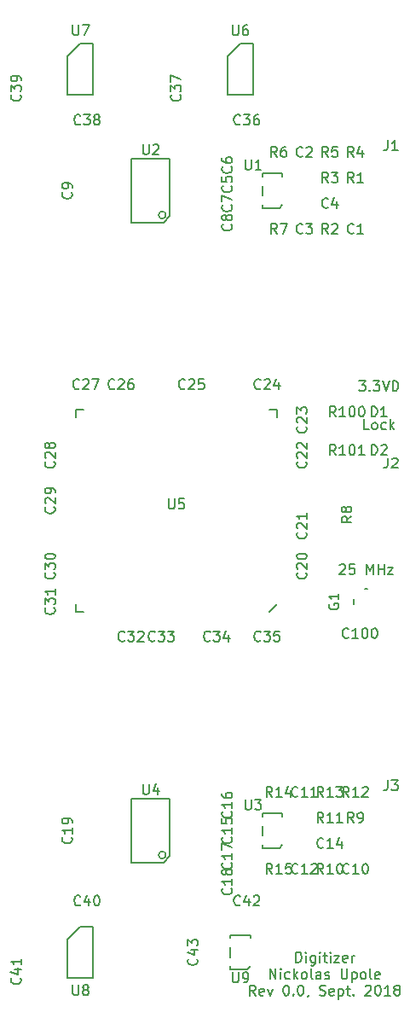
<source format=gto>
G04 #@! TF.FileFunction,Legend,Top*
%FSLAX46Y46*%
G04 Gerber Fmt 4.6, Leading zero omitted, Abs format (unit mm)*
G04 Created by KiCad (PCBNEW 4.0.7-e2-6376~58~ubuntu16.04.1) date Sun Sep 16 22:19:27 2018*
%MOMM*%
%LPD*%
G01*
G04 APERTURE LIST*
%ADD10C,0.100000*%
%ADD11C,0.150000*%
G04 APERTURE END LIST*
D10*
D11*
X173797857Y-147037381D02*
X173797857Y-146037381D01*
X174035952Y-146037381D01*
X174178810Y-146085000D01*
X174274048Y-146180238D01*
X174321667Y-146275476D01*
X174369286Y-146465952D01*
X174369286Y-146608810D01*
X174321667Y-146799286D01*
X174274048Y-146894524D01*
X174178810Y-146989762D01*
X174035952Y-147037381D01*
X173797857Y-147037381D01*
X174797857Y-147037381D02*
X174797857Y-146370714D01*
X174797857Y-146037381D02*
X174750238Y-146085000D01*
X174797857Y-146132619D01*
X174845476Y-146085000D01*
X174797857Y-146037381D01*
X174797857Y-146132619D01*
X175702619Y-146370714D02*
X175702619Y-147180238D01*
X175655000Y-147275476D01*
X175607381Y-147323095D01*
X175512142Y-147370714D01*
X175369285Y-147370714D01*
X175274047Y-147323095D01*
X175702619Y-146989762D02*
X175607381Y-147037381D01*
X175416904Y-147037381D01*
X175321666Y-146989762D01*
X175274047Y-146942143D01*
X175226428Y-146846905D01*
X175226428Y-146561190D01*
X175274047Y-146465952D01*
X175321666Y-146418333D01*
X175416904Y-146370714D01*
X175607381Y-146370714D01*
X175702619Y-146418333D01*
X176178809Y-147037381D02*
X176178809Y-146370714D01*
X176178809Y-146037381D02*
X176131190Y-146085000D01*
X176178809Y-146132619D01*
X176226428Y-146085000D01*
X176178809Y-146037381D01*
X176178809Y-146132619D01*
X176512142Y-146370714D02*
X176893094Y-146370714D01*
X176654999Y-146037381D02*
X176654999Y-146894524D01*
X176702618Y-146989762D01*
X176797856Y-147037381D01*
X176893094Y-147037381D01*
X177226428Y-147037381D02*
X177226428Y-146370714D01*
X177226428Y-146037381D02*
X177178809Y-146085000D01*
X177226428Y-146132619D01*
X177274047Y-146085000D01*
X177226428Y-146037381D01*
X177226428Y-146132619D01*
X177607380Y-146370714D02*
X178131190Y-146370714D01*
X177607380Y-147037381D01*
X178131190Y-147037381D01*
X178893095Y-146989762D02*
X178797857Y-147037381D01*
X178607380Y-147037381D01*
X178512142Y-146989762D01*
X178464523Y-146894524D01*
X178464523Y-146513571D01*
X178512142Y-146418333D01*
X178607380Y-146370714D01*
X178797857Y-146370714D01*
X178893095Y-146418333D01*
X178940714Y-146513571D01*
X178940714Y-146608810D01*
X178464523Y-146704048D01*
X179369285Y-147037381D02*
X179369285Y-146370714D01*
X179369285Y-146561190D02*
X179416904Y-146465952D01*
X179464523Y-146418333D01*
X179559761Y-146370714D01*
X179655000Y-146370714D01*
X171226428Y-148687381D02*
X171226428Y-147687381D01*
X171797857Y-148687381D01*
X171797857Y-147687381D01*
X172274047Y-148687381D02*
X172274047Y-148020714D01*
X172274047Y-147687381D02*
X172226428Y-147735000D01*
X172274047Y-147782619D01*
X172321666Y-147735000D01*
X172274047Y-147687381D01*
X172274047Y-147782619D01*
X173178809Y-148639762D02*
X173083571Y-148687381D01*
X172893094Y-148687381D01*
X172797856Y-148639762D01*
X172750237Y-148592143D01*
X172702618Y-148496905D01*
X172702618Y-148211190D01*
X172750237Y-148115952D01*
X172797856Y-148068333D01*
X172893094Y-148020714D01*
X173083571Y-148020714D01*
X173178809Y-148068333D01*
X173607380Y-148687381D02*
X173607380Y-147687381D01*
X173702618Y-148306429D02*
X173988333Y-148687381D01*
X173988333Y-148020714D02*
X173607380Y-148401667D01*
X174559761Y-148687381D02*
X174464523Y-148639762D01*
X174416904Y-148592143D01*
X174369285Y-148496905D01*
X174369285Y-148211190D01*
X174416904Y-148115952D01*
X174464523Y-148068333D01*
X174559761Y-148020714D01*
X174702619Y-148020714D01*
X174797857Y-148068333D01*
X174845476Y-148115952D01*
X174893095Y-148211190D01*
X174893095Y-148496905D01*
X174845476Y-148592143D01*
X174797857Y-148639762D01*
X174702619Y-148687381D01*
X174559761Y-148687381D01*
X175464523Y-148687381D02*
X175369285Y-148639762D01*
X175321666Y-148544524D01*
X175321666Y-147687381D01*
X176274048Y-148687381D02*
X176274048Y-148163571D01*
X176226429Y-148068333D01*
X176131191Y-148020714D01*
X175940714Y-148020714D01*
X175845476Y-148068333D01*
X176274048Y-148639762D02*
X176178810Y-148687381D01*
X175940714Y-148687381D01*
X175845476Y-148639762D01*
X175797857Y-148544524D01*
X175797857Y-148449286D01*
X175845476Y-148354048D01*
X175940714Y-148306429D01*
X176178810Y-148306429D01*
X176274048Y-148258810D01*
X176702619Y-148639762D02*
X176797857Y-148687381D01*
X176988333Y-148687381D01*
X177083572Y-148639762D01*
X177131191Y-148544524D01*
X177131191Y-148496905D01*
X177083572Y-148401667D01*
X176988333Y-148354048D01*
X176845476Y-148354048D01*
X176750238Y-148306429D01*
X176702619Y-148211190D01*
X176702619Y-148163571D01*
X176750238Y-148068333D01*
X176845476Y-148020714D01*
X176988333Y-148020714D01*
X177083572Y-148068333D01*
X178321667Y-147687381D02*
X178321667Y-148496905D01*
X178369286Y-148592143D01*
X178416905Y-148639762D01*
X178512143Y-148687381D01*
X178702620Y-148687381D01*
X178797858Y-148639762D01*
X178845477Y-148592143D01*
X178893096Y-148496905D01*
X178893096Y-147687381D01*
X179369286Y-148020714D02*
X179369286Y-149020714D01*
X179369286Y-148068333D02*
X179464524Y-148020714D01*
X179655001Y-148020714D01*
X179750239Y-148068333D01*
X179797858Y-148115952D01*
X179845477Y-148211190D01*
X179845477Y-148496905D01*
X179797858Y-148592143D01*
X179750239Y-148639762D01*
X179655001Y-148687381D01*
X179464524Y-148687381D01*
X179369286Y-148639762D01*
X180416905Y-148687381D02*
X180321667Y-148639762D01*
X180274048Y-148592143D01*
X180226429Y-148496905D01*
X180226429Y-148211190D01*
X180274048Y-148115952D01*
X180321667Y-148068333D01*
X180416905Y-148020714D01*
X180559763Y-148020714D01*
X180655001Y-148068333D01*
X180702620Y-148115952D01*
X180750239Y-148211190D01*
X180750239Y-148496905D01*
X180702620Y-148592143D01*
X180655001Y-148639762D01*
X180559763Y-148687381D01*
X180416905Y-148687381D01*
X181321667Y-148687381D02*
X181226429Y-148639762D01*
X181178810Y-148544524D01*
X181178810Y-147687381D01*
X182083573Y-148639762D02*
X181988335Y-148687381D01*
X181797858Y-148687381D01*
X181702620Y-148639762D01*
X181655001Y-148544524D01*
X181655001Y-148163571D01*
X181702620Y-148068333D01*
X181797858Y-148020714D01*
X181988335Y-148020714D01*
X182083573Y-148068333D01*
X182131192Y-148163571D01*
X182131192Y-148258810D01*
X181655001Y-148354048D01*
X169797857Y-150337381D02*
X169464523Y-149861190D01*
X169226428Y-150337381D02*
X169226428Y-149337381D01*
X169607381Y-149337381D01*
X169702619Y-149385000D01*
X169750238Y-149432619D01*
X169797857Y-149527857D01*
X169797857Y-149670714D01*
X169750238Y-149765952D01*
X169702619Y-149813571D01*
X169607381Y-149861190D01*
X169226428Y-149861190D01*
X170607381Y-150289762D02*
X170512143Y-150337381D01*
X170321666Y-150337381D01*
X170226428Y-150289762D01*
X170178809Y-150194524D01*
X170178809Y-149813571D01*
X170226428Y-149718333D01*
X170321666Y-149670714D01*
X170512143Y-149670714D01*
X170607381Y-149718333D01*
X170655000Y-149813571D01*
X170655000Y-149908810D01*
X170178809Y-150004048D01*
X170988333Y-149670714D02*
X171226428Y-150337381D01*
X171464524Y-149670714D01*
X172797857Y-149337381D02*
X172893096Y-149337381D01*
X172988334Y-149385000D01*
X173035953Y-149432619D01*
X173083572Y-149527857D01*
X173131191Y-149718333D01*
X173131191Y-149956429D01*
X173083572Y-150146905D01*
X173035953Y-150242143D01*
X172988334Y-150289762D01*
X172893096Y-150337381D01*
X172797857Y-150337381D01*
X172702619Y-150289762D01*
X172655000Y-150242143D01*
X172607381Y-150146905D01*
X172559762Y-149956429D01*
X172559762Y-149718333D01*
X172607381Y-149527857D01*
X172655000Y-149432619D01*
X172702619Y-149385000D01*
X172797857Y-149337381D01*
X173559762Y-150242143D02*
X173607381Y-150289762D01*
X173559762Y-150337381D01*
X173512143Y-150289762D01*
X173559762Y-150242143D01*
X173559762Y-150337381D01*
X174226428Y-149337381D02*
X174321667Y-149337381D01*
X174416905Y-149385000D01*
X174464524Y-149432619D01*
X174512143Y-149527857D01*
X174559762Y-149718333D01*
X174559762Y-149956429D01*
X174512143Y-150146905D01*
X174464524Y-150242143D01*
X174416905Y-150289762D01*
X174321667Y-150337381D01*
X174226428Y-150337381D01*
X174131190Y-150289762D01*
X174083571Y-150242143D01*
X174035952Y-150146905D01*
X173988333Y-149956429D01*
X173988333Y-149718333D01*
X174035952Y-149527857D01*
X174083571Y-149432619D01*
X174131190Y-149385000D01*
X174226428Y-149337381D01*
X175035952Y-150289762D02*
X175035952Y-150337381D01*
X174988333Y-150432619D01*
X174940714Y-150480238D01*
X176178809Y-150289762D02*
X176321666Y-150337381D01*
X176559762Y-150337381D01*
X176655000Y-150289762D01*
X176702619Y-150242143D01*
X176750238Y-150146905D01*
X176750238Y-150051667D01*
X176702619Y-149956429D01*
X176655000Y-149908810D01*
X176559762Y-149861190D01*
X176369285Y-149813571D01*
X176274047Y-149765952D01*
X176226428Y-149718333D01*
X176178809Y-149623095D01*
X176178809Y-149527857D01*
X176226428Y-149432619D01*
X176274047Y-149385000D01*
X176369285Y-149337381D01*
X176607381Y-149337381D01*
X176750238Y-149385000D01*
X177559762Y-150289762D02*
X177464524Y-150337381D01*
X177274047Y-150337381D01*
X177178809Y-150289762D01*
X177131190Y-150194524D01*
X177131190Y-149813571D01*
X177178809Y-149718333D01*
X177274047Y-149670714D01*
X177464524Y-149670714D01*
X177559762Y-149718333D01*
X177607381Y-149813571D01*
X177607381Y-149908810D01*
X177131190Y-150004048D01*
X178035952Y-149670714D02*
X178035952Y-150670714D01*
X178035952Y-149718333D02*
X178131190Y-149670714D01*
X178321667Y-149670714D01*
X178416905Y-149718333D01*
X178464524Y-149765952D01*
X178512143Y-149861190D01*
X178512143Y-150146905D01*
X178464524Y-150242143D01*
X178416905Y-150289762D01*
X178321667Y-150337381D01*
X178131190Y-150337381D01*
X178035952Y-150289762D01*
X178797857Y-149670714D02*
X179178809Y-149670714D01*
X178940714Y-149337381D02*
X178940714Y-150194524D01*
X178988333Y-150289762D01*
X179083571Y-150337381D01*
X179178809Y-150337381D01*
X179512143Y-150242143D02*
X179559762Y-150289762D01*
X179512143Y-150337381D01*
X179464524Y-150289762D01*
X179512143Y-150242143D01*
X179512143Y-150337381D01*
X180702619Y-149432619D02*
X180750238Y-149385000D01*
X180845476Y-149337381D01*
X181083572Y-149337381D01*
X181178810Y-149385000D01*
X181226429Y-149432619D01*
X181274048Y-149527857D01*
X181274048Y-149623095D01*
X181226429Y-149765952D01*
X180655000Y-150337381D01*
X181274048Y-150337381D01*
X181893095Y-149337381D02*
X181988334Y-149337381D01*
X182083572Y-149385000D01*
X182131191Y-149432619D01*
X182178810Y-149527857D01*
X182226429Y-149718333D01*
X182226429Y-149956429D01*
X182178810Y-150146905D01*
X182131191Y-150242143D01*
X182083572Y-150289762D01*
X181988334Y-150337381D01*
X181893095Y-150337381D01*
X181797857Y-150289762D01*
X181750238Y-150242143D01*
X181702619Y-150146905D01*
X181655000Y-149956429D01*
X181655000Y-149718333D01*
X181702619Y-149527857D01*
X181750238Y-149432619D01*
X181797857Y-149385000D01*
X181893095Y-149337381D01*
X183178810Y-150337381D02*
X182607381Y-150337381D01*
X182893095Y-150337381D02*
X182893095Y-149337381D01*
X182797857Y-149480238D01*
X182702619Y-149575476D01*
X182607381Y-149623095D01*
X183750238Y-149765952D02*
X183655000Y-149718333D01*
X183607381Y-149670714D01*
X183559762Y-149575476D01*
X183559762Y-149527857D01*
X183607381Y-149432619D01*
X183655000Y-149385000D01*
X183750238Y-149337381D01*
X183940715Y-149337381D01*
X184035953Y-149385000D01*
X184083572Y-149432619D01*
X184131191Y-149527857D01*
X184131191Y-149575476D01*
X184083572Y-149670714D01*
X184035953Y-149718333D01*
X183940715Y-149765952D01*
X183750238Y-149765952D01*
X183655000Y-149813571D01*
X183607381Y-149861190D01*
X183559762Y-149956429D01*
X183559762Y-150146905D01*
X183607381Y-150242143D01*
X183655000Y-150289762D01*
X183750238Y-150337381D01*
X183940715Y-150337381D01*
X184035953Y-150289762D01*
X184083572Y-150242143D01*
X184131191Y-150146905D01*
X184131191Y-149956429D01*
X184083572Y-149861190D01*
X184035953Y-149813571D01*
X183940715Y-149765952D01*
X178137143Y-107627619D02*
X178184762Y-107580000D01*
X178280000Y-107532381D01*
X178518096Y-107532381D01*
X178613334Y-107580000D01*
X178660953Y-107627619D01*
X178708572Y-107722857D01*
X178708572Y-107818095D01*
X178660953Y-107960952D01*
X178089524Y-108532381D01*
X178708572Y-108532381D01*
X179613334Y-107532381D02*
X179137143Y-107532381D01*
X179089524Y-108008571D01*
X179137143Y-107960952D01*
X179232381Y-107913333D01*
X179470477Y-107913333D01*
X179565715Y-107960952D01*
X179613334Y-108008571D01*
X179660953Y-108103810D01*
X179660953Y-108341905D01*
X179613334Y-108437143D01*
X179565715Y-108484762D01*
X179470477Y-108532381D01*
X179232381Y-108532381D01*
X179137143Y-108484762D01*
X179089524Y-108437143D01*
X180851429Y-108532381D02*
X180851429Y-107532381D01*
X181184763Y-108246667D01*
X181518096Y-107532381D01*
X181518096Y-108532381D01*
X181994286Y-108532381D02*
X181994286Y-107532381D01*
X181994286Y-108008571D02*
X182565715Y-108008571D01*
X182565715Y-108532381D02*
X182565715Y-107532381D01*
X182946667Y-107865714D02*
X183470477Y-107865714D01*
X182946667Y-108532381D01*
X183470477Y-108532381D01*
X181073810Y-94167381D02*
X180597619Y-94167381D01*
X180597619Y-93167381D01*
X181550000Y-94167381D02*
X181454762Y-94119762D01*
X181407143Y-94072143D01*
X181359524Y-93976905D01*
X181359524Y-93691190D01*
X181407143Y-93595952D01*
X181454762Y-93548333D01*
X181550000Y-93500714D01*
X181692858Y-93500714D01*
X181788096Y-93548333D01*
X181835715Y-93595952D01*
X181883334Y-93691190D01*
X181883334Y-93976905D01*
X181835715Y-94072143D01*
X181788096Y-94119762D01*
X181692858Y-94167381D01*
X181550000Y-94167381D01*
X182740477Y-94119762D02*
X182645239Y-94167381D01*
X182454762Y-94167381D01*
X182359524Y-94119762D01*
X182311905Y-94072143D01*
X182264286Y-93976905D01*
X182264286Y-93691190D01*
X182311905Y-93595952D01*
X182359524Y-93548333D01*
X182454762Y-93500714D01*
X182645239Y-93500714D01*
X182740477Y-93548333D01*
X183169048Y-94167381D02*
X183169048Y-93167381D01*
X183264286Y-93786429D02*
X183550001Y-94167381D01*
X183550001Y-93500714D02*
X183169048Y-93881667D01*
X180073810Y-89357381D02*
X180692858Y-89357381D01*
X180359524Y-89738333D01*
X180502382Y-89738333D01*
X180597620Y-89785952D01*
X180645239Y-89833571D01*
X180692858Y-89928810D01*
X180692858Y-90166905D01*
X180645239Y-90262143D01*
X180597620Y-90309762D01*
X180502382Y-90357381D01*
X180216667Y-90357381D01*
X180121429Y-90309762D01*
X180073810Y-90262143D01*
X181121429Y-90262143D02*
X181169048Y-90309762D01*
X181121429Y-90357381D01*
X181073810Y-90309762D01*
X181121429Y-90262143D01*
X181121429Y-90357381D01*
X181502381Y-89357381D02*
X182121429Y-89357381D01*
X181788095Y-89738333D01*
X181930953Y-89738333D01*
X182026191Y-89785952D01*
X182073810Y-89833571D01*
X182121429Y-89928810D01*
X182121429Y-90166905D01*
X182073810Y-90262143D01*
X182026191Y-90309762D01*
X181930953Y-90357381D01*
X181645238Y-90357381D01*
X181550000Y-90309762D01*
X181502381Y-90262143D01*
X182407143Y-89357381D02*
X182740476Y-90357381D01*
X183073810Y-89357381D01*
X183407143Y-90357381D02*
X183407143Y-89357381D01*
X183645238Y-89357381D01*
X183788096Y-89405000D01*
X183883334Y-89500238D01*
X183930953Y-89595476D01*
X183978572Y-89785952D01*
X183978572Y-89928810D01*
X183930953Y-90119286D01*
X183883334Y-90214524D01*
X183788096Y-90309762D01*
X183645238Y-90357381D01*
X183407143Y-90357381D01*
X151925000Y-92235000D02*
X151925000Y-92985000D01*
X152675000Y-92235000D02*
X151925000Y-92235000D01*
X171925000Y-92235000D02*
X171175000Y-92235000D01*
X171925000Y-92985000D02*
X171925000Y-92235000D01*
X151925000Y-112235000D02*
X152675000Y-112235000D01*
X151925000Y-111485000D02*
X151925000Y-112235000D01*
X151925000Y-112235000D02*
X151925000Y-111485000D01*
X171175000Y-112235000D02*
X171925000Y-111485000D01*
X170450000Y-69085000D02*
X170450000Y-68785000D01*
X170450000Y-68785000D02*
X172450000Y-68785000D01*
X172450000Y-68785000D02*
X172450000Y-69085000D01*
X170450000Y-70985000D02*
X170450000Y-69985000D01*
X170450000Y-72185000D02*
X172150000Y-72185000D01*
X172150000Y-72185000D02*
X172450000Y-71885000D01*
X170450000Y-72185000D02*
X170450000Y-71885000D01*
X170450000Y-132585000D02*
X170450000Y-132285000D01*
X170450000Y-132285000D02*
X172450000Y-132285000D01*
X172450000Y-132285000D02*
X172450000Y-132585000D01*
X170450000Y-134485000D02*
X170450000Y-133485000D01*
X170450000Y-135685000D02*
X172150000Y-135685000D01*
X172150000Y-135685000D02*
X172450000Y-135385000D01*
X170450000Y-135685000D02*
X170450000Y-135385000D01*
X160887210Y-72898000D02*
G75*
G03X160887210Y-72898000I-359210J0D01*
G01*
X157480000Y-67310000D02*
X161290000Y-67310000D01*
X161290000Y-67310000D02*
X161290000Y-73025000D01*
X161290000Y-73025000D02*
X160655000Y-73660000D01*
X160655000Y-73660000D02*
X157480000Y-73660000D01*
X157480000Y-73660000D02*
X157480000Y-67310000D01*
X160887210Y-136398000D02*
G75*
G03X160887210Y-136398000I-359210J0D01*
G01*
X157480000Y-130810000D02*
X161290000Y-130810000D01*
X161290000Y-130810000D02*
X161290000Y-136525000D01*
X161290000Y-136525000D02*
X160655000Y-137160000D01*
X160655000Y-137160000D02*
X157480000Y-137160000D01*
X157480000Y-137160000D02*
X157480000Y-130810000D01*
X167005000Y-60960000D02*
X167005000Y-57150000D01*
X167005000Y-57150000D02*
X168275000Y-55880000D01*
X168275000Y-55880000D02*
X169545000Y-55880000D01*
X169545000Y-55880000D02*
X169545000Y-60960000D01*
X169545000Y-60960000D02*
X167005000Y-60960000D01*
X151130000Y-60960000D02*
X151130000Y-57150000D01*
X151130000Y-57150000D02*
X152400000Y-55880000D01*
X152400000Y-55880000D02*
X153670000Y-55880000D01*
X153670000Y-55880000D02*
X153670000Y-60960000D01*
X153670000Y-60960000D02*
X151130000Y-60960000D01*
X151130000Y-148590000D02*
X151130000Y-144780000D01*
X151130000Y-144780000D02*
X152400000Y-143510000D01*
X152400000Y-143510000D02*
X153670000Y-143510000D01*
X153670000Y-143510000D02*
X153670000Y-148590000D01*
X153670000Y-148590000D02*
X151130000Y-148590000D01*
X180907000Y-109985000D02*
X180653000Y-109985000D01*
X179510000Y-111255000D02*
X179510000Y-111001000D01*
X179510000Y-111255000D02*
X179510000Y-111509000D01*
X167275000Y-144650000D02*
X167275000Y-144350000D01*
X167275000Y-144350000D02*
X169275000Y-144350000D01*
X169275000Y-144350000D02*
X169275000Y-144650000D01*
X167275000Y-146550000D02*
X167275000Y-145550000D01*
X167275000Y-147750000D02*
X168975000Y-147750000D01*
X168975000Y-147750000D02*
X169275000Y-147450000D01*
X167275000Y-147750000D02*
X167275000Y-147450000D01*
X161163095Y-101052381D02*
X161163095Y-101861905D01*
X161210714Y-101957143D01*
X161258333Y-102004762D01*
X161353571Y-102052381D01*
X161544048Y-102052381D01*
X161639286Y-102004762D01*
X161686905Y-101957143D01*
X161734524Y-101861905D01*
X161734524Y-101052381D01*
X162686905Y-101052381D02*
X162210714Y-101052381D01*
X162163095Y-101528571D01*
X162210714Y-101480952D01*
X162305952Y-101433333D01*
X162544048Y-101433333D01*
X162639286Y-101480952D01*
X162686905Y-101528571D01*
X162734524Y-101623810D01*
X162734524Y-101861905D01*
X162686905Y-101957143D01*
X162639286Y-102004762D01*
X162544048Y-102052381D01*
X162305952Y-102052381D01*
X162210714Y-102004762D01*
X162163095Y-101957143D01*
X179025953Y-114787143D02*
X178978334Y-114834762D01*
X178835477Y-114882381D01*
X178740239Y-114882381D01*
X178597381Y-114834762D01*
X178502143Y-114739524D01*
X178454524Y-114644286D01*
X178406905Y-114453810D01*
X178406905Y-114310952D01*
X178454524Y-114120476D01*
X178502143Y-114025238D01*
X178597381Y-113930000D01*
X178740239Y-113882381D01*
X178835477Y-113882381D01*
X178978334Y-113930000D01*
X179025953Y-113977619D01*
X179978334Y-114882381D02*
X179406905Y-114882381D01*
X179692619Y-114882381D02*
X179692619Y-113882381D01*
X179597381Y-114025238D01*
X179502143Y-114120476D01*
X179406905Y-114168095D01*
X180597381Y-113882381D02*
X180692620Y-113882381D01*
X180787858Y-113930000D01*
X180835477Y-113977619D01*
X180883096Y-114072857D01*
X180930715Y-114263333D01*
X180930715Y-114501429D01*
X180883096Y-114691905D01*
X180835477Y-114787143D01*
X180787858Y-114834762D01*
X180692620Y-114882381D01*
X180597381Y-114882381D01*
X180502143Y-114834762D01*
X180454524Y-114787143D01*
X180406905Y-114691905D01*
X180359286Y-114501429D01*
X180359286Y-114263333D01*
X180406905Y-114072857D01*
X180454524Y-113977619D01*
X180502143Y-113930000D01*
X180597381Y-113882381D01*
X181549762Y-113882381D02*
X181645001Y-113882381D01*
X181740239Y-113930000D01*
X181787858Y-113977619D01*
X181835477Y-114072857D01*
X181883096Y-114263333D01*
X181883096Y-114501429D01*
X181835477Y-114691905D01*
X181787858Y-114787143D01*
X181740239Y-114834762D01*
X181645001Y-114882381D01*
X181549762Y-114882381D01*
X181454524Y-114834762D01*
X181406905Y-114787143D01*
X181359286Y-114691905D01*
X181311667Y-114501429D01*
X181311667Y-114263333D01*
X181359286Y-114072857D01*
X181406905Y-113977619D01*
X181454524Y-113930000D01*
X181549762Y-113882381D01*
X179538334Y-74652143D02*
X179490715Y-74699762D01*
X179347858Y-74747381D01*
X179252620Y-74747381D01*
X179109762Y-74699762D01*
X179014524Y-74604524D01*
X178966905Y-74509286D01*
X178919286Y-74318810D01*
X178919286Y-74175952D01*
X178966905Y-73985476D01*
X179014524Y-73890238D01*
X179109762Y-73795000D01*
X179252620Y-73747381D01*
X179347858Y-73747381D01*
X179490715Y-73795000D01*
X179538334Y-73842619D01*
X180490715Y-74747381D02*
X179919286Y-74747381D01*
X180205000Y-74747381D02*
X180205000Y-73747381D01*
X180109762Y-73890238D01*
X180014524Y-73985476D01*
X179919286Y-74033095D01*
X174458334Y-67032143D02*
X174410715Y-67079762D01*
X174267858Y-67127381D01*
X174172620Y-67127381D01*
X174029762Y-67079762D01*
X173934524Y-66984524D01*
X173886905Y-66889286D01*
X173839286Y-66698810D01*
X173839286Y-66555952D01*
X173886905Y-66365476D01*
X173934524Y-66270238D01*
X174029762Y-66175000D01*
X174172620Y-66127381D01*
X174267858Y-66127381D01*
X174410715Y-66175000D01*
X174458334Y-66222619D01*
X174839286Y-66222619D02*
X174886905Y-66175000D01*
X174982143Y-66127381D01*
X175220239Y-66127381D01*
X175315477Y-66175000D01*
X175363096Y-66222619D01*
X175410715Y-66317857D01*
X175410715Y-66413095D01*
X175363096Y-66555952D01*
X174791667Y-67127381D01*
X175410715Y-67127381D01*
X174458334Y-74652143D02*
X174410715Y-74699762D01*
X174267858Y-74747381D01*
X174172620Y-74747381D01*
X174029762Y-74699762D01*
X173934524Y-74604524D01*
X173886905Y-74509286D01*
X173839286Y-74318810D01*
X173839286Y-74175952D01*
X173886905Y-73985476D01*
X173934524Y-73890238D01*
X174029762Y-73795000D01*
X174172620Y-73747381D01*
X174267858Y-73747381D01*
X174410715Y-73795000D01*
X174458334Y-73842619D01*
X174791667Y-73747381D02*
X175410715Y-73747381D01*
X175077381Y-74128333D01*
X175220239Y-74128333D01*
X175315477Y-74175952D01*
X175363096Y-74223571D01*
X175410715Y-74318810D01*
X175410715Y-74556905D01*
X175363096Y-74652143D01*
X175315477Y-74699762D01*
X175220239Y-74747381D01*
X174934524Y-74747381D01*
X174839286Y-74699762D01*
X174791667Y-74652143D01*
X176998334Y-72112143D02*
X176950715Y-72159762D01*
X176807858Y-72207381D01*
X176712620Y-72207381D01*
X176569762Y-72159762D01*
X176474524Y-72064524D01*
X176426905Y-71969286D01*
X176379286Y-71778810D01*
X176379286Y-71635952D01*
X176426905Y-71445476D01*
X176474524Y-71350238D01*
X176569762Y-71255000D01*
X176712620Y-71207381D01*
X176807858Y-71207381D01*
X176950715Y-71255000D01*
X176998334Y-71302619D01*
X177855477Y-71540714D02*
X177855477Y-72207381D01*
X177617381Y-71159762D02*
X177379286Y-71874048D01*
X177998334Y-71874048D01*
X167362143Y-70016666D02*
X167409762Y-70064285D01*
X167457381Y-70207142D01*
X167457381Y-70302380D01*
X167409762Y-70445238D01*
X167314524Y-70540476D01*
X167219286Y-70588095D01*
X167028810Y-70635714D01*
X166885952Y-70635714D01*
X166695476Y-70588095D01*
X166600238Y-70540476D01*
X166505000Y-70445238D01*
X166457381Y-70302380D01*
X166457381Y-70207142D01*
X166505000Y-70064285D01*
X166552619Y-70016666D01*
X166457381Y-69111904D02*
X166457381Y-69588095D01*
X166933571Y-69635714D01*
X166885952Y-69588095D01*
X166838333Y-69492857D01*
X166838333Y-69254761D01*
X166885952Y-69159523D01*
X166933571Y-69111904D01*
X167028810Y-69064285D01*
X167266905Y-69064285D01*
X167362143Y-69111904D01*
X167409762Y-69159523D01*
X167457381Y-69254761D01*
X167457381Y-69492857D01*
X167409762Y-69588095D01*
X167362143Y-69635714D01*
X182921667Y-65492381D02*
X182921667Y-66206667D01*
X182874047Y-66349524D01*
X182778809Y-66444762D01*
X182635952Y-66492381D01*
X182540714Y-66492381D01*
X183921667Y-66492381D02*
X183350238Y-66492381D01*
X183635952Y-66492381D02*
X183635952Y-65492381D01*
X183540714Y-65635238D01*
X183445476Y-65730476D01*
X183350238Y-65778095D01*
X179538334Y-69667381D02*
X179205000Y-69191190D01*
X178966905Y-69667381D02*
X178966905Y-68667381D01*
X179347858Y-68667381D01*
X179443096Y-68715000D01*
X179490715Y-68762619D01*
X179538334Y-68857857D01*
X179538334Y-69000714D01*
X179490715Y-69095952D01*
X179443096Y-69143571D01*
X179347858Y-69191190D01*
X178966905Y-69191190D01*
X180490715Y-69667381D02*
X179919286Y-69667381D01*
X180205000Y-69667381D02*
X180205000Y-68667381D01*
X180109762Y-68810238D01*
X180014524Y-68905476D01*
X179919286Y-68953095D01*
X176998334Y-74747381D02*
X176665000Y-74271190D01*
X176426905Y-74747381D02*
X176426905Y-73747381D01*
X176807858Y-73747381D01*
X176903096Y-73795000D01*
X176950715Y-73842619D01*
X176998334Y-73937857D01*
X176998334Y-74080714D01*
X176950715Y-74175952D01*
X176903096Y-74223571D01*
X176807858Y-74271190D01*
X176426905Y-74271190D01*
X177379286Y-73842619D02*
X177426905Y-73795000D01*
X177522143Y-73747381D01*
X177760239Y-73747381D01*
X177855477Y-73795000D01*
X177903096Y-73842619D01*
X177950715Y-73937857D01*
X177950715Y-74033095D01*
X177903096Y-74175952D01*
X177331667Y-74747381D01*
X177950715Y-74747381D01*
X176998334Y-69667381D02*
X176665000Y-69191190D01*
X176426905Y-69667381D02*
X176426905Y-68667381D01*
X176807858Y-68667381D01*
X176903096Y-68715000D01*
X176950715Y-68762619D01*
X176998334Y-68857857D01*
X176998334Y-69000714D01*
X176950715Y-69095952D01*
X176903096Y-69143571D01*
X176807858Y-69191190D01*
X176426905Y-69191190D01*
X177331667Y-68667381D02*
X177950715Y-68667381D01*
X177617381Y-69048333D01*
X177760239Y-69048333D01*
X177855477Y-69095952D01*
X177903096Y-69143571D01*
X177950715Y-69238810D01*
X177950715Y-69476905D01*
X177903096Y-69572143D01*
X177855477Y-69619762D01*
X177760239Y-69667381D01*
X177474524Y-69667381D01*
X177379286Y-69619762D01*
X177331667Y-69572143D01*
X179538334Y-67127381D02*
X179205000Y-66651190D01*
X178966905Y-67127381D02*
X178966905Y-66127381D01*
X179347858Y-66127381D01*
X179443096Y-66175000D01*
X179490715Y-66222619D01*
X179538334Y-66317857D01*
X179538334Y-66460714D01*
X179490715Y-66555952D01*
X179443096Y-66603571D01*
X179347858Y-66651190D01*
X178966905Y-66651190D01*
X180395477Y-66460714D02*
X180395477Y-67127381D01*
X180157381Y-66079762D02*
X179919286Y-66794048D01*
X180538334Y-66794048D01*
X176998334Y-67127381D02*
X176665000Y-66651190D01*
X176426905Y-67127381D02*
X176426905Y-66127381D01*
X176807858Y-66127381D01*
X176903096Y-66175000D01*
X176950715Y-66222619D01*
X176998334Y-66317857D01*
X176998334Y-66460714D01*
X176950715Y-66555952D01*
X176903096Y-66603571D01*
X176807858Y-66651190D01*
X176426905Y-66651190D01*
X177903096Y-66127381D02*
X177426905Y-66127381D01*
X177379286Y-66603571D01*
X177426905Y-66555952D01*
X177522143Y-66508333D01*
X177760239Y-66508333D01*
X177855477Y-66555952D01*
X177903096Y-66603571D01*
X177950715Y-66698810D01*
X177950715Y-66936905D01*
X177903096Y-67032143D01*
X177855477Y-67079762D01*
X177760239Y-67127381D01*
X177522143Y-67127381D01*
X177426905Y-67079762D01*
X177379286Y-67032143D01*
X171918334Y-67127381D02*
X171585000Y-66651190D01*
X171346905Y-67127381D02*
X171346905Y-66127381D01*
X171727858Y-66127381D01*
X171823096Y-66175000D01*
X171870715Y-66222619D01*
X171918334Y-66317857D01*
X171918334Y-66460714D01*
X171870715Y-66555952D01*
X171823096Y-66603571D01*
X171727858Y-66651190D01*
X171346905Y-66651190D01*
X172775477Y-66127381D02*
X172585000Y-66127381D01*
X172489762Y-66175000D01*
X172442143Y-66222619D01*
X172346905Y-66365476D01*
X172299286Y-66555952D01*
X172299286Y-66936905D01*
X172346905Y-67032143D01*
X172394524Y-67079762D01*
X172489762Y-67127381D01*
X172680239Y-67127381D01*
X172775477Y-67079762D01*
X172823096Y-67032143D01*
X172870715Y-66936905D01*
X172870715Y-66698810D01*
X172823096Y-66603571D01*
X172775477Y-66555952D01*
X172680239Y-66508333D01*
X172489762Y-66508333D01*
X172394524Y-66555952D01*
X172346905Y-66603571D01*
X172299286Y-66698810D01*
X171918334Y-74747381D02*
X171585000Y-74271190D01*
X171346905Y-74747381D02*
X171346905Y-73747381D01*
X171727858Y-73747381D01*
X171823096Y-73795000D01*
X171870715Y-73842619D01*
X171918334Y-73937857D01*
X171918334Y-74080714D01*
X171870715Y-74175952D01*
X171823096Y-74223571D01*
X171727858Y-74271190D01*
X171346905Y-74271190D01*
X172251667Y-73747381D02*
X172918334Y-73747381D01*
X172489762Y-74747381D01*
X168783095Y-67397381D02*
X168783095Y-68206905D01*
X168830714Y-68302143D01*
X168878333Y-68349762D01*
X168973571Y-68397381D01*
X169164048Y-68397381D01*
X169259286Y-68349762D01*
X169306905Y-68302143D01*
X169354524Y-68206905D01*
X169354524Y-67397381D01*
X170354524Y-68397381D02*
X169783095Y-68397381D01*
X170068809Y-68397381D02*
X170068809Y-67397381D01*
X169973571Y-67540238D01*
X169878333Y-67635476D01*
X169783095Y-67683095D01*
X167362143Y-68111666D02*
X167409762Y-68159285D01*
X167457381Y-68302142D01*
X167457381Y-68397380D01*
X167409762Y-68540238D01*
X167314524Y-68635476D01*
X167219286Y-68683095D01*
X167028810Y-68730714D01*
X166885952Y-68730714D01*
X166695476Y-68683095D01*
X166600238Y-68635476D01*
X166505000Y-68540238D01*
X166457381Y-68397380D01*
X166457381Y-68302142D01*
X166505000Y-68159285D01*
X166552619Y-68111666D01*
X166457381Y-67254523D02*
X166457381Y-67445000D01*
X166505000Y-67540238D01*
X166552619Y-67587857D01*
X166695476Y-67683095D01*
X166885952Y-67730714D01*
X167266905Y-67730714D01*
X167362143Y-67683095D01*
X167409762Y-67635476D01*
X167457381Y-67540238D01*
X167457381Y-67349761D01*
X167409762Y-67254523D01*
X167362143Y-67206904D01*
X167266905Y-67159285D01*
X167028810Y-67159285D01*
X166933571Y-67206904D01*
X166885952Y-67254523D01*
X166838333Y-67349761D01*
X166838333Y-67540238D01*
X166885952Y-67635476D01*
X166933571Y-67683095D01*
X167028810Y-67730714D01*
X167362143Y-71921666D02*
X167409762Y-71969285D01*
X167457381Y-72112142D01*
X167457381Y-72207380D01*
X167409762Y-72350238D01*
X167314524Y-72445476D01*
X167219286Y-72493095D01*
X167028810Y-72540714D01*
X166885952Y-72540714D01*
X166695476Y-72493095D01*
X166600238Y-72445476D01*
X166505000Y-72350238D01*
X166457381Y-72207380D01*
X166457381Y-72112142D01*
X166505000Y-71969285D01*
X166552619Y-71921666D01*
X166457381Y-71588333D02*
X166457381Y-70921666D01*
X167457381Y-71350238D01*
X167362143Y-73826666D02*
X167409762Y-73874285D01*
X167457381Y-74017142D01*
X167457381Y-74112380D01*
X167409762Y-74255238D01*
X167314524Y-74350476D01*
X167219286Y-74398095D01*
X167028810Y-74445714D01*
X166885952Y-74445714D01*
X166695476Y-74398095D01*
X166600238Y-74350476D01*
X166505000Y-74255238D01*
X166457381Y-74112380D01*
X166457381Y-74017142D01*
X166505000Y-73874285D01*
X166552619Y-73826666D01*
X166885952Y-73255238D02*
X166838333Y-73350476D01*
X166790714Y-73398095D01*
X166695476Y-73445714D01*
X166647857Y-73445714D01*
X166552619Y-73398095D01*
X166505000Y-73350476D01*
X166457381Y-73255238D01*
X166457381Y-73064761D01*
X166505000Y-72969523D01*
X166552619Y-72921904D01*
X166647857Y-72874285D01*
X166695476Y-72874285D01*
X166790714Y-72921904D01*
X166838333Y-72969523D01*
X166885952Y-73064761D01*
X166885952Y-73255238D01*
X166933571Y-73350476D01*
X166981190Y-73398095D01*
X167076429Y-73445714D01*
X167266905Y-73445714D01*
X167362143Y-73398095D01*
X167409762Y-73350476D01*
X167457381Y-73255238D01*
X167457381Y-73064761D01*
X167409762Y-72969523D01*
X167362143Y-72921904D01*
X167266905Y-72874285D01*
X167076429Y-72874285D01*
X166981190Y-72921904D01*
X166933571Y-72969523D01*
X166885952Y-73064761D01*
X151487143Y-70651666D02*
X151534762Y-70699285D01*
X151582381Y-70842142D01*
X151582381Y-70937380D01*
X151534762Y-71080238D01*
X151439524Y-71175476D01*
X151344286Y-71223095D01*
X151153810Y-71270714D01*
X151010952Y-71270714D01*
X150820476Y-71223095D01*
X150725238Y-71175476D01*
X150630000Y-71080238D01*
X150582381Y-70937380D01*
X150582381Y-70842142D01*
X150630000Y-70699285D01*
X150677619Y-70651666D01*
X151582381Y-70175476D02*
X151582381Y-69985000D01*
X151534762Y-69889761D01*
X151487143Y-69842142D01*
X151344286Y-69746904D01*
X151153810Y-69699285D01*
X150772857Y-69699285D01*
X150677619Y-69746904D01*
X150630000Y-69794523D01*
X150582381Y-69889761D01*
X150582381Y-70080238D01*
X150630000Y-70175476D01*
X150677619Y-70223095D01*
X150772857Y-70270714D01*
X151010952Y-70270714D01*
X151106190Y-70223095D01*
X151153810Y-70175476D01*
X151201429Y-70080238D01*
X151201429Y-69889761D01*
X151153810Y-69794523D01*
X151106190Y-69746904D01*
X151010952Y-69699285D01*
X179062143Y-138152143D02*
X179014524Y-138199762D01*
X178871667Y-138247381D01*
X178776429Y-138247381D01*
X178633571Y-138199762D01*
X178538333Y-138104524D01*
X178490714Y-138009286D01*
X178443095Y-137818810D01*
X178443095Y-137675952D01*
X178490714Y-137485476D01*
X178538333Y-137390238D01*
X178633571Y-137295000D01*
X178776429Y-137247381D01*
X178871667Y-137247381D01*
X179014524Y-137295000D01*
X179062143Y-137342619D01*
X180014524Y-138247381D02*
X179443095Y-138247381D01*
X179728809Y-138247381D02*
X179728809Y-137247381D01*
X179633571Y-137390238D01*
X179538333Y-137485476D01*
X179443095Y-137533095D01*
X180633571Y-137247381D02*
X180728810Y-137247381D01*
X180824048Y-137295000D01*
X180871667Y-137342619D01*
X180919286Y-137437857D01*
X180966905Y-137628333D01*
X180966905Y-137866429D01*
X180919286Y-138056905D01*
X180871667Y-138152143D01*
X180824048Y-138199762D01*
X180728810Y-138247381D01*
X180633571Y-138247381D01*
X180538333Y-138199762D01*
X180490714Y-138152143D01*
X180443095Y-138056905D01*
X180395476Y-137866429D01*
X180395476Y-137628333D01*
X180443095Y-137437857D01*
X180490714Y-137342619D01*
X180538333Y-137295000D01*
X180633571Y-137247381D01*
X173982143Y-130532143D02*
X173934524Y-130579762D01*
X173791667Y-130627381D01*
X173696429Y-130627381D01*
X173553571Y-130579762D01*
X173458333Y-130484524D01*
X173410714Y-130389286D01*
X173363095Y-130198810D01*
X173363095Y-130055952D01*
X173410714Y-129865476D01*
X173458333Y-129770238D01*
X173553571Y-129675000D01*
X173696429Y-129627381D01*
X173791667Y-129627381D01*
X173934524Y-129675000D01*
X173982143Y-129722619D01*
X174934524Y-130627381D02*
X174363095Y-130627381D01*
X174648809Y-130627381D02*
X174648809Y-129627381D01*
X174553571Y-129770238D01*
X174458333Y-129865476D01*
X174363095Y-129913095D01*
X175886905Y-130627381D02*
X175315476Y-130627381D01*
X175601190Y-130627381D02*
X175601190Y-129627381D01*
X175505952Y-129770238D01*
X175410714Y-129865476D01*
X175315476Y-129913095D01*
X173982143Y-138152143D02*
X173934524Y-138199762D01*
X173791667Y-138247381D01*
X173696429Y-138247381D01*
X173553571Y-138199762D01*
X173458333Y-138104524D01*
X173410714Y-138009286D01*
X173363095Y-137818810D01*
X173363095Y-137675952D01*
X173410714Y-137485476D01*
X173458333Y-137390238D01*
X173553571Y-137295000D01*
X173696429Y-137247381D01*
X173791667Y-137247381D01*
X173934524Y-137295000D01*
X173982143Y-137342619D01*
X174934524Y-138247381D02*
X174363095Y-138247381D01*
X174648809Y-138247381D02*
X174648809Y-137247381D01*
X174553571Y-137390238D01*
X174458333Y-137485476D01*
X174363095Y-137533095D01*
X175315476Y-137342619D02*
X175363095Y-137295000D01*
X175458333Y-137247381D01*
X175696429Y-137247381D01*
X175791667Y-137295000D01*
X175839286Y-137342619D01*
X175886905Y-137437857D01*
X175886905Y-137533095D01*
X175839286Y-137675952D01*
X175267857Y-138247381D01*
X175886905Y-138247381D01*
X176522143Y-135612143D02*
X176474524Y-135659762D01*
X176331667Y-135707381D01*
X176236429Y-135707381D01*
X176093571Y-135659762D01*
X175998333Y-135564524D01*
X175950714Y-135469286D01*
X175903095Y-135278810D01*
X175903095Y-135135952D01*
X175950714Y-134945476D01*
X175998333Y-134850238D01*
X176093571Y-134755000D01*
X176236429Y-134707381D01*
X176331667Y-134707381D01*
X176474524Y-134755000D01*
X176522143Y-134802619D01*
X177474524Y-135707381D02*
X176903095Y-135707381D01*
X177188809Y-135707381D02*
X177188809Y-134707381D01*
X177093571Y-134850238D01*
X176998333Y-134945476D01*
X176903095Y-134993095D01*
X178331667Y-135040714D02*
X178331667Y-135707381D01*
X178093571Y-134659762D02*
X177855476Y-135374048D01*
X178474524Y-135374048D01*
X167362143Y-134627857D02*
X167409762Y-134675476D01*
X167457381Y-134818333D01*
X167457381Y-134913571D01*
X167409762Y-135056429D01*
X167314524Y-135151667D01*
X167219286Y-135199286D01*
X167028810Y-135246905D01*
X166885952Y-135246905D01*
X166695476Y-135199286D01*
X166600238Y-135151667D01*
X166505000Y-135056429D01*
X166457381Y-134913571D01*
X166457381Y-134818333D01*
X166505000Y-134675476D01*
X166552619Y-134627857D01*
X167457381Y-133675476D02*
X167457381Y-134246905D01*
X167457381Y-133961191D02*
X166457381Y-133961191D01*
X166600238Y-134056429D01*
X166695476Y-134151667D01*
X166743095Y-134246905D01*
X166457381Y-132770714D02*
X166457381Y-133246905D01*
X166933571Y-133294524D01*
X166885952Y-133246905D01*
X166838333Y-133151667D01*
X166838333Y-132913571D01*
X166885952Y-132818333D01*
X166933571Y-132770714D01*
X167028810Y-132723095D01*
X167266905Y-132723095D01*
X167362143Y-132770714D01*
X167409762Y-132818333D01*
X167457381Y-132913571D01*
X167457381Y-133151667D01*
X167409762Y-133246905D01*
X167362143Y-133294524D01*
X167362143Y-132087857D02*
X167409762Y-132135476D01*
X167457381Y-132278333D01*
X167457381Y-132373571D01*
X167409762Y-132516429D01*
X167314524Y-132611667D01*
X167219286Y-132659286D01*
X167028810Y-132706905D01*
X166885952Y-132706905D01*
X166695476Y-132659286D01*
X166600238Y-132611667D01*
X166505000Y-132516429D01*
X166457381Y-132373571D01*
X166457381Y-132278333D01*
X166505000Y-132135476D01*
X166552619Y-132087857D01*
X167457381Y-131135476D02*
X167457381Y-131706905D01*
X167457381Y-131421191D02*
X166457381Y-131421191D01*
X166600238Y-131516429D01*
X166695476Y-131611667D01*
X166743095Y-131706905D01*
X166457381Y-130278333D02*
X166457381Y-130468810D01*
X166505000Y-130564048D01*
X166552619Y-130611667D01*
X166695476Y-130706905D01*
X166885952Y-130754524D01*
X167266905Y-130754524D01*
X167362143Y-130706905D01*
X167409762Y-130659286D01*
X167457381Y-130564048D01*
X167457381Y-130373571D01*
X167409762Y-130278333D01*
X167362143Y-130230714D01*
X167266905Y-130183095D01*
X167028810Y-130183095D01*
X166933571Y-130230714D01*
X166885952Y-130278333D01*
X166838333Y-130373571D01*
X166838333Y-130564048D01*
X166885952Y-130659286D01*
X166933571Y-130706905D01*
X167028810Y-130754524D01*
X167362143Y-137167857D02*
X167409762Y-137215476D01*
X167457381Y-137358333D01*
X167457381Y-137453571D01*
X167409762Y-137596429D01*
X167314524Y-137691667D01*
X167219286Y-137739286D01*
X167028810Y-137786905D01*
X166885952Y-137786905D01*
X166695476Y-137739286D01*
X166600238Y-137691667D01*
X166505000Y-137596429D01*
X166457381Y-137453571D01*
X166457381Y-137358333D01*
X166505000Y-137215476D01*
X166552619Y-137167857D01*
X167457381Y-136215476D02*
X167457381Y-136786905D01*
X167457381Y-136501191D02*
X166457381Y-136501191D01*
X166600238Y-136596429D01*
X166695476Y-136691667D01*
X166743095Y-136786905D01*
X166457381Y-135882143D02*
X166457381Y-135215476D01*
X167457381Y-135644048D01*
X167362143Y-139707857D02*
X167409762Y-139755476D01*
X167457381Y-139898333D01*
X167457381Y-139993571D01*
X167409762Y-140136429D01*
X167314524Y-140231667D01*
X167219286Y-140279286D01*
X167028810Y-140326905D01*
X166885952Y-140326905D01*
X166695476Y-140279286D01*
X166600238Y-140231667D01*
X166505000Y-140136429D01*
X166457381Y-139993571D01*
X166457381Y-139898333D01*
X166505000Y-139755476D01*
X166552619Y-139707857D01*
X167457381Y-138755476D02*
X167457381Y-139326905D01*
X167457381Y-139041191D02*
X166457381Y-139041191D01*
X166600238Y-139136429D01*
X166695476Y-139231667D01*
X166743095Y-139326905D01*
X166885952Y-138184048D02*
X166838333Y-138279286D01*
X166790714Y-138326905D01*
X166695476Y-138374524D01*
X166647857Y-138374524D01*
X166552619Y-138326905D01*
X166505000Y-138279286D01*
X166457381Y-138184048D01*
X166457381Y-137993571D01*
X166505000Y-137898333D01*
X166552619Y-137850714D01*
X166647857Y-137803095D01*
X166695476Y-137803095D01*
X166790714Y-137850714D01*
X166838333Y-137898333D01*
X166885952Y-137993571D01*
X166885952Y-138184048D01*
X166933571Y-138279286D01*
X166981190Y-138326905D01*
X167076429Y-138374524D01*
X167266905Y-138374524D01*
X167362143Y-138326905D01*
X167409762Y-138279286D01*
X167457381Y-138184048D01*
X167457381Y-137993571D01*
X167409762Y-137898333D01*
X167362143Y-137850714D01*
X167266905Y-137803095D01*
X167076429Y-137803095D01*
X166981190Y-137850714D01*
X166933571Y-137898333D01*
X166885952Y-137993571D01*
X151487143Y-134627857D02*
X151534762Y-134675476D01*
X151582381Y-134818333D01*
X151582381Y-134913571D01*
X151534762Y-135056429D01*
X151439524Y-135151667D01*
X151344286Y-135199286D01*
X151153810Y-135246905D01*
X151010952Y-135246905D01*
X150820476Y-135199286D01*
X150725238Y-135151667D01*
X150630000Y-135056429D01*
X150582381Y-134913571D01*
X150582381Y-134818333D01*
X150630000Y-134675476D01*
X150677619Y-134627857D01*
X151582381Y-133675476D02*
X151582381Y-134246905D01*
X151582381Y-133961191D02*
X150582381Y-133961191D01*
X150725238Y-134056429D01*
X150820476Y-134151667D01*
X150868095Y-134246905D01*
X151582381Y-133199286D02*
X151582381Y-133008810D01*
X151534762Y-132913571D01*
X151487143Y-132865952D01*
X151344286Y-132770714D01*
X151153810Y-132723095D01*
X150772857Y-132723095D01*
X150677619Y-132770714D01*
X150630000Y-132818333D01*
X150582381Y-132913571D01*
X150582381Y-133104048D01*
X150630000Y-133199286D01*
X150677619Y-133246905D01*
X150772857Y-133294524D01*
X151010952Y-133294524D01*
X151106190Y-133246905D01*
X151153810Y-133199286D01*
X151201429Y-133104048D01*
X151201429Y-132913571D01*
X151153810Y-132818333D01*
X151106190Y-132770714D01*
X151010952Y-132723095D01*
X174787143Y-108377857D02*
X174834762Y-108425476D01*
X174882381Y-108568333D01*
X174882381Y-108663571D01*
X174834762Y-108806429D01*
X174739524Y-108901667D01*
X174644286Y-108949286D01*
X174453810Y-108996905D01*
X174310952Y-108996905D01*
X174120476Y-108949286D01*
X174025238Y-108901667D01*
X173930000Y-108806429D01*
X173882381Y-108663571D01*
X173882381Y-108568333D01*
X173930000Y-108425476D01*
X173977619Y-108377857D01*
X173977619Y-107996905D02*
X173930000Y-107949286D01*
X173882381Y-107854048D01*
X173882381Y-107615952D01*
X173930000Y-107520714D01*
X173977619Y-107473095D01*
X174072857Y-107425476D01*
X174168095Y-107425476D01*
X174310952Y-107473095D01*
X174882381Y-108044524D01*
X174882381Y-107425476D01*
X173882381Y-106806429D02*
X173882381Y-106711190D01*
X173930000Y-106615952D01*
X173977619Y-106568333D01*
X174072857Y-106520714D01*
X174263333Y-106473095D01*
X174501429Y-106473095D01*
X174691905Y-106520714D01*
X174787143Y-106568333D01*
X174834762Y-106615952D01*
X174882381Y-106711190D01*
X174882381Y-106806429D01*
X174834762Y-106901667D01*
X174787143Y-106949286D01*
X174691905Y-106996905D01*
X174501429Y-107044524D01*
X174263333Y-107044524D01*
X174072857Y-106996905D01*
X173977619Y-106949286D01*
X173930000Y-106901667D01*
X173882381Y-106806429D01*
X174787143Y-104377857D02*
X174834762Y-104425476D01*
X174882381Y-104568333D01*
X174882381Y-104663571D01*
X174834762Y-104806429D01*
X174739524Y-104901667D01*
X174644286Y-104949286D01*
X174453810Y-104996905D01*
X174310952Y-104996905D01*
X174120476Y-104949286D01*
X174025238Y-104901667D01*
X173930000Y-104806429D01*
X173882381Y-104663571D01*
X173882381Y-104568333D01*
X173930000Y-104425476D01*
X173977619Y-104377857D01*
X173977619Y-103996905D02*
X173930000Y-103949286D01*
X173882381Y-103854048D01*
X173882381Y-103615952D01*
X173930000Y-103520714D01*
X173977619Y-103473095D01*
X174072857Y-103425476D01*
X174168095Y-103425476D01*
X174310952Y-103473095D01*
X174882381Y-104044524D01*
X174882381Y-103425476D01*
X174882381Y-102473095D02*
X174882381Y-103044524D01*
X174882381Y-102758810D02*
X173882381Y-102758810D01*
X174025238Y-102854048D01*
X174120476Y-102949286D01*
X174168095Y-103044524D01*
X174787143Y-97377857D02*
X174834762Y-97425476D01*
X174882381Y-97568333D01*
X174882381Y-97663571D01*
X174834762Y-97806429D01*
X174739524Y-97901667D01*
X174644286Y-97949286D01*
X174453810Y-97996905D01*
X174310952Y-97996905D01*
X174120476Y-97949286D01*
X174025238Y-97901667D01*
X173930000Y-97806429D01*
X173882381Y-97663571D01*
X173882381Y-97568333D01*
X173930000Y-97425476D01*
X173977619Y-97377857D01*
X173977619Y-96996905D02*
X173930000Y-96949286D01*
X173882381Y-96854048D01*
X173882381Y-96615952D01*
X173930000Y-96520714D01*
X173977619Y-96473095D01*
X174072857Y-96425476D01*
X174168095Y-96425476D01*
X174310952Y-96473095D01*
X174882381Y-97044524D01*
X174882381Y-96425476D01*
X173977619Y-96044524D02*
X173930000Y-95996905D01*
X173882381Y-95901667D01*
X173882381Y-95663571D01*
X173930000Y-95568333D01*
X173977619Y-95520714D01*
X174072857Y-95473095D01*
X174168095Y-95473095D01*
X174310952Y-95520714D01*
X174882381Y-96092143D01*
X174882381Y-95473095D01*
X174787143Y-93877857D02*
X174834762Y-93925476D01*
X174882381Y-94068333D01*
X174882381Y-94163571D01*
X174834762Y-94306429D01*
X174739524Y-94401667D01*
X174644286Y-94449286D01*
X174453810Y-94496905D01*
X174310952Y-94496905D01*
X174120476Y-94449286D01*
X174025238Y-94401667D01*
X173930000Y-94306429D01*
X173882381Y-94163571D01*
X173882381Y-94068333D01*
X173930000Y-93925476D01*
X173977619Y-93877857D01*
X173977619Y-93496905D02*
X173930000Y-93449286D01*
X173882381Y-93354048D01*
X173882381Y-93115952D01*
X173930000Y-93020714D01*
X173977619Y-92973095D01*
X174072857Y-92925476D01*
X174168095Y-92925476D01*
X174310952Y-92973095D01*
X174882381Y-93544524D01*
X174882381Y-92925476D01*
X173882381Y-92592143D02*
X173882381Y-91973095D01*
X174263333Y-92306429D01*
X174263333Y-92163571D01*
X174310952Y-92068333D01*
X174358571Y-92020714D01*
X174453810Y-91973095D01*
X174691905Y-91973095D01*
X174787143Y-92020714D01*
X174834762Y-92068333D01*
X174882381Y-92163571D01*
X174882381Y-92449286D01*
X174834762Y-92544524D01*
X174787143Y-92592143D01*
X170282143Y-90087143D02*
X170234524Y-90134762D01*
X170091667Y-90182381D01*
X169996429Y-90182381D01*
X169853571Y-90134762D01*
X169758333Y-90039524D01*
X169710714Y-89944286D01*
X169663095Y-89753810D01*
X169663095Y-89610952D01*
X169710714Y-89420476D01*
X169758333Y-89325238D01*
X169853571Y-89230000D01*
X169996429Y-89182381D01*
X170091667Y-89182381D01*
X170234524Y-89230000D01*
X170282143Y-89277619D01*
X170663095Y-89277619D02*
X170710714Y-89230000D01*
X170805952Y-89182381D01*
X171044048Y-89182381D01*
X171139286Y-89230000D01*
X171186905Y-89277619D01*
X171234524Y-89372857D01*
X171234524Y-89468095D01*
X171186905Y-89610952D01*
X170615476Y-90182381D01*
X171234524Y-90182381D01*
X172091667Y-89515714D02*
X172091667Y-90182381D01*
X171853571Y-89134762D02*
X171615476Y-89849048D01*
X172234524Y-89849048D01*
X162782143Y-90087143D02*
X162734524Y-90134762D01*
X162591667Y-90182381D01*
X162496429Y-90182381D01*
X162353571Y-90134762D01*
X162258333Y-90039524D01*
X162210714Y-89944286D01*
X162163095Y-89753810D01*
X162163095Y-89610952D01*
X162210714Y-89420476D01*
X162258333Y-89325238D01*
X162353571Y-89230000D01*
X162496429Y-89182381D01*
X162591667Y-89182381D01*
X162734524Y-89230000D01*
X162782143Y-89277619D01*
X163163095Y-89277619D02*
X163210714Y-89230000D01*
X163305952Y-89182381D01*
X163544048Y-89182381D01*
X163639286Y-89230000D01*
X163686905Y-89277619D01*
X163734524Y-89372857D01*
X163734524Y-89468095D01*
X163686905Y-89610952D01*
X163115476Y-90182381D01*
X163734524Y-90182381D01*
X164639286Y-89182381D02*
X164163095Y-89182381D01*
X164115476Y-89658571D01*
X164163095Y-89610952D01*
X164258333Y-89563333D01*
X164496429Y-89563333D01*
X164591667Y-89610952D01*
X164639286Y-89658571D01*
X164686905Y-89753810D01*
X164686905Y-89991905D01*
X164639286Y-90087143D01*
X164591667Y-90134762D01*
X164496429Y-90182381D01*
X164258333Y-90182381D01*
X164163095Y-90134762D01*
X164115476Y-90087143D01*
X155782143Y-90087143D02*
X155734524Y-90134762D01*
X155591667Y-90182381D01*
X155496429Y-90182381D01*
X155353571Y-90134762D01*
X155258333Y-90039524D01*
X155210714Y-89944286D01*
X155163095Y-89753810D01*
X155163095Y-89610952D01*
X155210714Y-89420476D01*
X155258333Y-89325238D01*
X155353571Y-89230000D01*
X155496429Y-89182381D01*
X155591667Y-89182381D01*
X155734524Y-89230000D01*
X155782143Y-89277619D01*
X156163095Y-89277619D02*
X156210714Y-89230000D01*
X156305952Y-89182381D01*
X156544048Y-89182381D01*
X156639286Y-89230000D01*
X156686905Y-89277619D01*
X156734524Y-89372857D01*
X156734524Y-89468095D01*
X156686905Y-89610952D01*
X156115476Y-90182381D01*
X156734524Y-90182381D01*
X157591667Y-89182381D02*
X157401190Y-89182381D01*
X157305952Y-89230000D01*
X157258333Y-89277619D01*
X157163095Y-89420476D01*
X157115476Y-89610952D01*
X157115476Y-89991905D01*
X157163095Y-90087143D01*
X157210714Y-90134762D01*
X157305952Y-90182381D01*
X157496429Y-90182381D01*
X157591667Y-90134762D01*
X157639286Y-90087143D01*
X157686905Y-89991905D01*
X157686905Y-89753810D01*
X157639286Y-89658571D01*
X157591667Y-89610952D01*
X157496429Y-89563333D01*
X157305952Y-89563333D01*
X157210714Y-89610952D01*
X157163095Y-89658571D01*
X157115476Y-89753810D01*
X152282143Y-90087143D02*
X152234524Y-90134762D01*
X152091667Y-90182381D01*
X151996429Y-90182381D01*
X151853571Y-90134762D01*
X151758333Y-90039524D01*
X151710714Y-89944286D01*
X151663095Y-89753810D01*
X151663095Y-89610952D01*
X151710714Y-89420476D01*
X151758333Y-89325238D01*
X151853571Y-89230000D01*
X151996429Y-89182381D01*
X152091667Y-89182381D01*
X152234524Y-89230000D01*
X152282143Y-89277619D01*
X152663095Y-89277619D02*
X152710714Y-89230000D01*
X152805952Y-89182381D01*
X153044048Y-89182381D01*
X153139286Y-89230000D01*
X153186905Y-89277619D01*
X153234524Y-89372857D01*
X153234524Y-89468095D01*
X153186905Y-89610952D01*
X152615476Y-90182381D01*
X153234524Y-90182381D01*
X153567857Y-89182381D02*
X154234524Y-89182381D01*
X153805952Y-90182381D01*
X149777143Y-97377857D02*
X149824762Y-97425476D01*
X149872381Y-97568333D01*
X149872381Y-97663571D01*
X149824762Y-97806429D01*
X149729524Y-97901667D01*
X149634286Y-97949286D01*
X149443810Y-97996905D01*
X149300952Y-97996905D01*
X149110476Y-97949286D01*
X149015238Y-97901667D01*
X148920000Y-97806429D01*
X148872381Y-97663571D01*
X148872381Y-97568333D01*
X148920000Y-97425476D01*
X148967619Y-97377857D01*
X148967619Y-96996905D02*
X148920000Y-96949286D01*
X148872381Y-96854048D01*
X148872381Y-96615952D01*
X148920000Y-96520714D01*
X148967619Y-96473095D01*
X149062857Y-96425476D01*
X149158095Y-96425476D01*
X149300952Y-96473095D01*
X149872381Y-97044524D01*
X149872381Y-96425476D01*
X149300952Y-95854048D02*
X149253333Y-95949286D01*
X149205714Y-95996905D01*
X149110476Y-96044524D01*
X149062857Y-96044524D01*
X148967619Y-95996905D01*
X148920000Y-95949286D01*
X148872381Y-95854048D01*
X148872381Y-95663571D01*
X148920000Y-95568333D01*
X148967619Y-95520714D01*
X149062857Y-95473095D01*
X149110476Y-95473095D01*
X149205714Y-95520714D01*
X149253333Y-95568333D01*
X149300952Y-95663571D01*
X149300952Y-95854048D01*
X149348571Y-95949286D01*
X149396190Y-95996905D01*
X149491429Y-96044524D01*
X149681905Y-96044524D01*
X149777143Y-95996905D01*
X149824762Y-95949286D01*
X149872381Y-95854048D01*
X149872381Y-95663571D01*
X149824762Y-95568333D01*
X149777143Y-95520714D01*
X149681905Y-95473095D01*
X149491429Y-95473095D01*
X149396190Y-95520714D01*
X149348571Y-95568333D01*
X149300952Y-95663571D01*
X149777143Y-101877857D02*
X149824762Y-101925476D01*
X149872381Y-102068333D01*
X149872381Y-102163571D01*
X149824762Y-102306429D01*
X149729524Y-102401667D01*
X149634286Y-102449286D01*
X149443810Y-102496905D01*
X149300952Y-102496905D01*
X149110476Y-102449286D01*
X149015238Y-102401667D01*
X148920000Y-102306429D01*
X148872381Y-102163571D01*
X148872381Y-102068333D01*
X148920000Y-101925476D01*
X148967619Y-101877857D01*
X148967619Y-101496905D02*
X148920000Y-101449286D01*
X148872381Y-101354048D01*
X148872381Y-101115952D01*
X148920000Y-101020714D01*
X148967619Y-100973095D01*
X149062857Y-100925476D01*
X149158095Y-100925476D01*
X149300952Y-100973095D01*
X149872381Y-101544524D01*
X149872381Y-100925476D01*
X149872381Y-100449286D02*
X149872381Y-100258810D01*
X149824762Y-100163571D01*
X149777143Y-100115952D01*
X149634286Y-100020714D01*
X149443810Y-99973095D01*
X149062857Y-99973095D01*
X148967619Y-100020714D01*
X148920000Y-100068333D01*
X148872381Y-100163571D01*
X148872381Y-100354048D01*
X148920000Y-100449286D01*
X148967619Y-100496905D01*
X149062857Y-100544524D01*
X149300952Y-100544524D01*
X149396190Y-100496905D01*
X149443810Y-100449286D01*
X149491429Y-100354048D01*
X149491429Y-100163571D01*
X149443810Y-100068333D01*
X149396190Y-100020714D01*
X149300952Y-99973095D01*
X149777143Y-108377857D02*
X149824762Y-108425476D01*
X149872381Y-108568333D01*
X149872381Y-108663571D01*
X149824762Y-108806429D01*
X149729524Y-108901667D01*
X149634286Y-108949286D01*
X149443810Y-108996905D01*
X149300952Y-108996905D01*
X149110476Y-108949286D01*
X149015238Y-108901667D01*
X148920000Y-108806429D01*
X148872381Y-108663571D01*
X148872381Y-108568333D01*
X148920000Y-108425476D01*
X148967619Y-108377857D01*
X148872381Y-108044524D02*
X148872381Y-107425476D01*
X149253333Y-107758810D01*
X149253333Y-107615952D01*
X149300952Y-107520714D01*
X149348571Y-107473095D01*
X149443810Y-107425476D01*
X149681905Y-107425476D01*
X149777143Y-107473095D01*
X149824762Y-107520714D01*
X149872381Y-107615952D01*
X149872381Y-107901667D01*
X149824762Y-107996905D01*
X149777143Y-108044524D01*
X148872381Y-106806429D02*
X148872381Y-106711190D01*
X148920000Y-106615952D01*
X148967619Y-106568333D01*
X149062857Y-106520714D01*
X149253333Y-106473095D01*
X149491429Y-106473095D01*
X149681905Y-106520714D01*
X149777143Y-106568333D01*
X149824762Y-106615952D01*
X149872381Y-106711190D01*
X149872381Y-106806429D01*
X149824762Y-106901667D01*
X149777143Y-106949286D01*
X149681905Y-106996905D01*
X149491429Y-107044524D01*
X149253333Y-107044524D01*
X149062857Y-106996905D01*
X148967619Y-106949286D01*
X148920000Y-106901667D01*
X148872381Y-106806429D01*
X149777143Y-111877857D02*
X149824762Y-111925476D01*
X149872381Y-112068333D01*
X149872381Y-112163571D01*
X149824762Y-112306429D01*
X149729524Y-112401667D01*
X149634286Y-112449286D01*
X149443810Y-112496905D01*
X149300952Y-112496905D01*
X149110476Y-112449286D01*
X149015238Y-112401667D01*
X148920000Y-112306429D01*
X148872381Y-112163571D01*
X148872381Y-112068333D01*
X148920000Y-111925476D01*
X148967619Y-111877857D01*
X148872381Y-111544524D02*
X148872381Y-110925476D01*
X149253333Y-111258810D01*
X149253333Y-111115952D01*
X149300952Y-111020714D01*
X149348571Y-110973095D01*
X149443810Y-110925476D01*
X149681905Y-110925476D01*
X149777143Y-110973095D01*
X149824762Y-111020714D01*
X149872381Y-111115952D01*
X149872381Y-111401667D01*
X149824762Y-111496905D01*
X149777143Y-111544524D01*
X149872381Y-109973095D02*
X149872381Y-110544524D01*
X149872381Y-110258810D02*
X148872381Y-110258810D01*
X149015238Y-110354048D01*
X149110476Y-110449286D01*
X149158095Y-110544524D01*
X156782143Y-115097143D02*
X156734524Y-115144762D01*
X156591667Y-115192381D01*
X156496429Y-115192381D01*
X156353571Y-115144762D01*
X156258333Y-115049524D01*
X156210714Y-114954286D01*
X156163095Y-114763810D01*
X156163095Y-114620952D01*
X156210714Y-114430476D01*
X156258333Y-114335238D01*
X156353571Y-114240000D01*
X156496429Y-114192381D01*
X156591667Y-114192381D01*
X156734524Y-114240000D01*
X156782143Y-114287619D01*
X157115476Y-114192381D02*
X157734524Y-114192381D01*
X157401190Y-114573333D01*
X157544048Y-114573333D01*
X157639286Y-114620952D01*
X157686905Y-114668571D01*
X157734524Y-114763810D01*
X157734524Y-115001905D01*
X157686905Y-115097143D01*
X157639286Y-115144762D01*
X157544048Y-115192381D01*
X157258333Y-115192381D01*
X157163095Y-115144762D01*
X157115476Y-115097143D01*
X158115476Y-114287619D02*
X158163095Y-114240000D01*
X158258333Y-114192381D01*
X158496429Y-114192381D01*
X158591667Y-114240000D01*
X158639286Y-114287619D01*
X158686905Y-114382857D01*
X158686905Y-114478095D01*
X158639286Y-114620952D01*
X158067857Y-115192381D01*
X158686905Y-115192381D01*
X159782143Y-115097143D02*
X159734524Y-115144762D01*
X159591667Y-115192381D01*
X159496429Y-115192381D01*
X159353571Y-115144762D01*
X159258333Y-115049524D01*
X159210714Y-114954286D01*
X159163095Y-114763810D01*
X159163095Y-114620952D01*
X159210714Y-114430476D01*
X159258333Y-114335238D01*
X159353571Y-114240000D01*
X159496429Y-114192381D01*
X159591667Y-114192381D01*
X159734524Y-114240000D01*
X159782143Y-114287619D01*
X160115476Y-114192381D02*
X160734524Y-114192381D01*
X160401190Y-114573333D01*
X160544048Y-114573333D01*
X160639286Y-114620952D01*
X160686905Y-114668571D01*
X160734524Y-114763810D01*
X160734524Y-115001905D01*
X160686905Y-115097143D01*
X160639286Y-115144762D01*
X160544048Y-115192381D01*
X160258333Y-115192381D01*
X160163095Y-115144762D01*
X160115476Y-115097143D01*
X161067857Y-114192381D02*
X161686905Y-114192381D01*
X161353571Y-114573333D01*
X161496429Y-114573333D01*
X161591667Y-114620952D01*
X161639286Y-114668571D01*
X161686905Y-114763810D01*
X161686905Y-115001905D01*
X161639286Y-115097143D01*
X161591667Y-115144762D01*
X161496429Y-115192381D01*
X161210714Y-115192381D01*
X161115476Y-115144762D01*
X161067857Y-115097143D01*
X165282143Y-115097143D02*
X165234524Y-115144762D01*
X165091667Y-115192381D01*
X164996429Y-115192381D01*
X164853571Y-115144762D01*
X164758333Y-115049524D01*
X164710714Y-114954286D01*
X164663095Y-114763810D01*
X164663095Y-114620952D01*
X164710714Y-114430476D01*
X164758333Y-114335238D01*
X164853571Y-114240000D01*
X164996429Y-114192381D01*
X165091667Y-114192381D01*
X165234524Y-114240000D01*
X165282143Y-114287619D01*
X165615476Y-114192381D02*
X166234524Y-114192381D01*
X165901190Y-114573333D01*
X166044048Y-114573333D01*
X166139286Y-114620952D01*
X166186905Y-114668571D01*
X166234524Y-114763810D01*
X166234524Y-115001905D01*
X166186905Y-115097143D01*
X166139286Y-115144762D01*
X166044048Y-115192381D01*
X165758333Y-115192381D01*
X165663095Y-115144762D01*
X165615476Y-115097143D01*
X167091667Y-114525714D02*
X167091667Y-115192381D01*
X166853571Y-114144762D02*
X166615476Y-114859048D01*
X167234524Y-114859048D01*
X170282143Y-115097143D02*
X170234524Y-115144762D01*
X170091667Y-115192381D01*
X169996429Y-115192381D01*
X169853571Y-115144762D01*
X169758333Y-115049524D01*
X169710714Y-114954286D01*
X169663095Y-114763810D01*
X169663095Y-114620952D01*
X169710714Y-114430476D01*
X169758333Y-114335238D01*
X169853571Y-114240000D01*
X169996429Y-114192381D01*
X170091667Y-114192381D01*
X170234524Y-114240000D01*
X170282143Y-114287619D01*
X170615476Y-114192381D02*
X171234524Y-114192381D01*
X170901190Y-114573333D01*
X171044048Y-114573333D01*
X171139286Y-114620952D01*
X171186905Y-114668571D01*
X171234524Y-114763810D01*
X171234524Y-115001905D01*
X171186905Y-115097143D01*
X171139286Y-115144762D01*
X171044048Y-115192381D01*
X170758333Y-115192381D01*
X170663095Y-115144762D01*
X170615476Y-115097143D01*
X172139286Y-114192381D02*
X171663095Y-114192381D01*
X171615476Y-114668571D01*
X171663095Y-114620952D01*
X171758333Y-114573333D01*
X171996429Y-114573333D01*
X172091667Y-114620952D01*
X172139286Y-114668571D01*
X172186905Y-114763810D01*
X172186905Y-115001905D01*
X172139286Y-115097143D01*
X172091667Y-115144762D01*
X171996429Y-115192381D01*
X171758333Y-115192381D01*
X171663095Y-115144762D01*
X171615476Y-115097143D01*
X182921667Y-96992381D02*
X182921667Y-97706667D01*
X182874047Y-97849524D01*
X182778809Y-97944762D01*
X182635952Y-97992381D01*
X182540714Y-97992381D01*
X183350238Y-97087619D02*
X183397857Y-97040000D01*
X183493095Y-96992381D01*
X183731191Y-96992381D01*
X183826429Y-97040000D01*
X183874048Y-97087619D01*
X183921667Y-97182857D01*
X183921667Y-97278095D01*
X183874048Y-97420952D01*
X183302619Y-97992381D01*
X183921667Y-97992381D01*
X182921667Y-128992381D02*
X182921667Y-129706667D01*
X182874047Y-129849524D01*
X182778809Y-129944762D01*
X182635952Y-129992381D01*
X182540714Y-129992381D01*
X183302619Y-128992381D02*
X183921667Y-128992381D01*
X183588333Y-129373333D01*
X183731191Y-129373333D01*
X183826429Y-129420952D01*
X183874048Y-129468571D01*
X183921667Y-129563810D01*
X183921667Y-129801905D01*
X183874048Y-129897143D01*
X183826429Y-129944762D01*
X183731191Y-129992381D01*
X183445476Y-129992381D01*
X183350238Y-129944762D01*
X183302619Y-129897143D01*
X179327381Y-102786666D02*
X178851190Y-103120000D01*
X179327381Y-103358095D02*
X178327381Y-103358095D01*
X178327381Y-102977142D01*
X178375000Y-102881904D01*
X178422619Y-102834285D01*
X178517857Y-102786666D01*
X178660714Y-102786666D01*
X178755952Y-102834285D01*
X178803571Y-102881904D01*
X178851190Y-102977142D01*
X178851190Y-103358095D01*
X178755952Y-102215238D02*
X178708333Y-102310476D01*
X178660714Y-102358095D01*
X178565476Y-102405714D01*
X178517857Y-102405714D01*
X178422619Y-102358095D01*
X178375000Y-102310476D01*
X178327381Y-102215238D01*
X178327381Y-102024761D01*
X178375000Y-101929523D01*
X178422619Y-101881904D01*
X178517857Y-101834285D01*
X178565476Y-101834285D01*
X178660714Y-101881904D01*
X178708333Y-101929523D01*
X178755952Y-102024761D01*
X178755952Y-102215238D01*
X178803571Y-102310476D01*
X178851190Y-102358095D01*
X178946429Y-102405714D01*
X179136905Y-102405714D01*
X179232143Y-102358095D01*
X179279762Y-102310476D01*
X179327381Y-102215238D01*
X179327381Y-102024761D01*
X179279762Y-101929523D01*
X179232143Y-101881904D01*
X179136905Y-101834285D01*
X178946429Y-101834285D01*
X178851190Y-101881904D01*
X178803571Y-101929523D01*
X178755952Y-102024761D01*
X179538334Y-133167381D02*
X179205000Y-132691190D01*
X178966905Y-133167381D02*
X178966905Y-132167381D01*
X179347858Y-132167381D01*
X179443096Y-132215000D01*
X179490715Y-132262619D01*
X179538334Y-132357857D01*
X179538334Y-132500714D01*
X179490715Y-132595952D01*
X179443096Y-132643571D01*
X179347858Y-132691190D01*
X178966905Y-132691190D01*
X180014524Y-133167381D02*
X180205000Y-133167381D01*
X180300239Y-133119762D01*
X180347858Y-133072143D01*
X180443096Y-132929286D01*
X180490715Y-132738810D01*
X180490715Y-132357857D01*
X180443096Y-132262619D01*
X180395477Y-132215000D01*
X180300239Y-132167381D01*
X180109762Y-132167381D01*
X180014524Y-132215000D01*
X179966905Y-132262619D01*
X179919286Y-132357857D01*
X179919286Y-132595952D01*
X179966905Y-132691190D01*
X180014524Y-132738810D01*
X180109762Y-132786429D01*
X180300239Y-132786429D01*
X180395477Y-132738810D01*
X180443096Y-132691190D01*
X180490715Y-132595952D01*
X176522143Y-138247381D02*
X176188809Y-137771190D01*
X175950714Y-138247381D02*
X175950714Y-137247381D01*
X176331667Y-137247381D01*
X176426905Y-137295000D01*
X176474524Y-137342619D01*
X176522143Y-137437857D01*
X176522143Y-137580714D01*
X176474524Y-137675952D01*
X176426905Y-137723571D01*
X176331667Y-137771190D01*
X175950714Y-137771190D01*
X177474524Y-138247381D02*
X176903095Y-138247381D01*
X177188809Y-138247381D02*
X177188809Y-137247381D01*
X177093571Y-137390238D01*
X176998333Y-137485476D01*
X176903095Y-137533095D01*
X178093571Y-137247381D02*
X178188810Y-137247381D01*
X178284048Y-137295000D01*
X178331667Y-137342619D01*
X178379286Y-137437857D01*
X178426905Y-137628333D01*
X178426905Y-137866429D01*
X178379286Y-138056905D01*
X178331667Y-138152143D01*
X178284048Y-138199762D01*
X178188810Y-138247381D01*
X178093571Y-138247381D01*
X177998333Y-138199762D01*
X177950714Y-138152143D01*
X177903095Y-138056905D01*
X177855476Y-137866429D01*
X177855476Y-137628333D01*
X177903095Y-137437857D01*
X177950714Y-137342619D01*
X177998333Y-137295000D01*
X178093571Y-137247381D01*
X176522143Y-133167381D02*
X176188809Y-132691190D01*
X175950714Y-133167381D02*
X175950714Y-132167381D01*
X176331667Y-132167381D01*
X176426905Y-132215000D01*
X176474524Y-132262619D01*
X176522143Y-132357857D01*
X176522143Y-132500714D01*
X176474524Y-132595952D01*
X176426905Y-132643571D01*
X176331667Y-132691190D01*
X175950714Y-132691190D01*
X177474524Y-133167381D02*
X176903095Y-133167381D01*
X177188809Y-133167381D02*
X177188809Y-132167381D01*
X177093571Y-132310238D01*
X176998333Y-132405476D01*
X176903095Y-132453095D01*
X178426905Y-133167381D02*
X177855476Y-133167381D01*
X178141190Y-133167381D02*
X178141190Y-132167381D01*
X178045952Y-132310238D01*
X177950714Y-132405476D01*
X177855476Y-132453095D01*
X179062143Y-130627381D02*
X178728809Y-130151190D01*
X178490714Y-130627381D02*
X178490714Y-129627381D01*
X178871667Y-129627381D01*
X178966905Y-129675000D01*
X179014524Y-129722619D01*
X179062143Y-129817857D01*
X179062143Y-129960714D01*
X179014524Y-130055952D01*
X178966905Y-130103571D01*
X178871667Y-130151190D01*
X178490714Y-130151190D01*
X180014524Y-130627381D02*
X179443095Y-130627381D01*
X179728809Y-130627381D02*
X179728809Y-129627381D01*
X179633571Y-129770238D01*
X179538333Y-129865476D01*
X179443095Y-129913095D01*
X180395476Y-129722619D02*
X180443095Y-129675000D01*
X180538333Y-129627381D01*
X180776429Y-129627381D01*
X180871667Y-129675000D01*
X180919286Y-129722619D01*
X180966905Y-129817857D01*
X180966905Y-129913095D01*
X180919286Y-130055952D01*
X180347857Y-130627381D01*
X180966905Y-130627381D01*
X176522143Y-130627381D02*
X176188809Y-130151190D01*
X175950714Y-130627381D02*
X175950714Y-129627381D01*
X176331667Y-129627381D01*
X176426905Y-129675000D01*
X176474524Y-129722619D01*
X176522143Y-129817857D01*
X176522143Y-129960714D01*
X176474524Y-130055952D01*
X176426905Y-130103571D01*
X176331667Y-130151190D01*
X175950714Y-130151190D01*
X177474524Y-130627381D02*
X176903095Y-130627381D01*
X177188809Y-130627381D02*
X177188809Y-129627381D01*
X177093571Y-129770238D01*
X176998333Y-129865476D01*
X176903095Y-129913095D01*
X177807857Y-129627381D02*
X178426905Y-129627381D01*
X178093571Y-130008333D01*
X178236429Y-130008333D01*
X178331667Y-130055952D01*
X178379286Y-130103571D01*
X178426905Y-130198810D01*
X178426905Y-130436905D01*
X178379286Y-130532143D01*
X178331667Y-130579762D01*
X178236429Y-130627381D01*
X177950714Y-130627381D01*
X177855476Y-130579762D01*
X177807857Y-130532143D01*
X171442143Y-130627381D02*
X171108809Y-130151190D01*
X170870714Y-130627381D02*
X170870714Y-129627381D01*
X171251667Y-129627381D01*
X171346905Y-129675000D01*
X171394524Y-129722619D01*
X171442143Y-129817857D01*
X171442143Y-129960714D01*
X171394524Y-130055952D01*
X171346905Y-130103571D01*
X171251667Y-130151190D01*
X170870714Y-130151190D01*
X172394524Y-130627381D02*
X171823095Y-130627381D01*
X172108809Y-130627381D02*
X172108809Y-129627381D01*
X172013571Y-129770238D01*
X171918333Y-129865476D01*
X171823095Y-129913095D01*
X173251667Y-129960714D02*
X173251667Y-130627381D01*
X173013571Y-129579762D02*
X172775476Y-130294048D01*
X173394524Y-130294048D01*
X171442143Y-138247381D02*
X171108809Y-137771190D01*
X170870714Y-138247381D02*
X170870714Y-137247381D01*
X171251667Y-137247381D01*
X171346905Y-137295000D01*
X171394524Y-137342619D01*
X171442143Y-137437857D01*
X171442143Y-137580714D01*
X171394524Y-137675952D01*
X171346905Y-137723571D01*
X171251667Y-137771190D01*
X170870714Y-137771190D01*
X172394524Y-138247381D02*
X171823095Y-138247381D01*
X172108809Y-138247381D02*
X172108809Y-137247381D01*
X172013571Y-137390238D01*
X171918333Y-137485476D01*
X171823095Y-137533095D01*
X173299286Y-137247381D02*
X172823095Y-137247381D01*
X172775476Y-137723571D01*
X172823095Y-137675952D01*
X172918333Y-137628333D01*
X173156429Y-137628333D01*
X173251667Y-137675952D01*
X173299286Y-137723571D01*
X173346905Y-137818810D01*
X173346905Y-138056905D01*
X173299286Y-138152143D01*
X173251667Y-138199762D01*
X173156429Y-138247381D01*
X172918333Y-138247381D01*
X172823095Y-138199762D01*
X172775476Y-138152143D01*
X168783095Y-130897381D02*
X168783095Y-131706905D01*
X168830714Y-131802143D01*
X168878333Y-131849762D01*
X168973571Y-131897381D01*
X169164048Y-131897381D01*
X169259286Y-131849762D01*
X169306905Y-131802143D01*
X169354524Y-131706905D01*
X169354524Y-130897381D01*
X169735476Y-130897381D02*
X170354524Y-130897381D01*
X170021190Y-131278333D01*
X170164048Y-131278333D01*
X170259286Y-131325952D01*
X170306905Y-131373571D01*
X170354524Y-131468810D01*
X170354524Y-131706905D01*
X170306905Y-131802143D01*
X170259286Y-131849762D01*
X170164048Y-131897381D01*
X169878333Y-131897381D01*
X169783095Y-131849762D01*
X169735476Y-131802143D01*
X158623095Y-65873381D02*
X158623095Y-66682905D01*
X158670714Y-66778143D01*
X158718333Y-66825762D01*
X158813571Y-66873381D01*
X159004048Y-66873381D01*
X159099286Y-66825762D01*
X159146905Y-66778143D01*
X159194524Y-66682905D01*
X159194524Y-65873381D01*
X159623095Y-65968619D02*
X159670714Y-65921000D01*
X159765952Y-65873381D01*
X160004048Y-65873381D01*
X160099286Y-65921000D01*
X160146905Y-65968619D01*
X160194524Y-66063857D01*
X160194524Y-66159095D01*
X160146905Y-66301952D01*
X159575476Y-66873381D01*
X160194524Y-66873381D01*
X158623095Y-129373381D02*
X158623095Y-130182905D01*
X158670714Y-130278143D01*
X158718333Y-130325762D01*
X158813571Y-130373381D01*
X159004048Y-130373381D01*
X159099286Y-130325762D01*
X159146905Y-130278143D01*
X159194524Y-130182905D01*
X159194524Y-129373381D01*
X160099286Y-129706714D02*
X160099286Y-130373381D01*
X159861190Y-129325762D02*
X159623095Y-130040048D01*
X160242143Y-130040048D01*
X167513095Y-54062381D02*
X167513095Y-54871905D01*
X167560714Y-54967143D01*
X167608333Y-55014762D01*
X167703571Y-55062381D01*
X167894048Y-55062381D01*
X167989286Y-55014762D01*
X168036905Y-54967143D01*
X168084524Y-54871905D01*
X168084524Y-54062381D01*
X168989286Y-54062381D02*
X168798809Y-54062381D01*
X168703571Y-54110000D01*
X168655952Y-54157619D01*
X168560714Y-54300476D01*
X168513095Y-54490952D01*
X168513095Y-54871905D01*
X168560714Y-54967143D01*
X168608333Y-55014762D01*
X168703571Y-55062381D01*
X168894048Y-55062381D01*
X168989286Y-55014762D01*
X169036905Y-54967143D01*
X169084524Y-54871905D01*
X169084524Y-54633810D01*
X169036905Y-54538571D01*
X168989286Y-54490952D01*
X168894048Y-54443333D01*
X168703571Y-54443333D01*
X168608333Y-54490952D01*
X168560714Y-54538571D01*
X168513095Y-54633810D01*
X151638095Y-54062381D02*
X151638095Y-54871905D01*
X151685714Y-54967143D01*
X151733333Y-55014762D01*
X151828571Y-55062381D01*
X152019048Y-55062381D01*
X152114286Y-55014762D01*
X152161905Y-54967143D01*
X152209524Y-54871905D01*
X152209524Y-54062381D01*
X152590476Y-54062381D02*
X153257143Y-54062381D01*
X152828571Y-55062381D01*
X151638095Y-149312381D02*
X151638095Y-150121905D01*
X151685714Y-150217143D01*
X151733333Y-150264762D01*
X151828571Y-150312381D01*
X152019048Y-150312381D01*
X152114286Y-150264762D01*
X152161905Y-150217143D01*
X152209524Y-150121905D01*
X152209524Y-149312381D01*
X152828571Y-149740952D02*
X152733333Y-149693333D01*
X152685714Y-149645714D01*
X152638095Y-149550476D01*
X152638095Y-149502857D01*
X152685714Y-149407619D01*
X152733333Y-149360000D01*
X152828571Y-149312381D01*
X153019048Y-149312381D01*
X153114286Y-149360000D01*
X153161905Y-149407619D01*
X153209524Y-149502857D01*
X153209524Y-149550476D01*
X153161905Y-149645714D01*
X153114286Y-149693333D01*
X153019048Y-149740952D01*
X152828571Y-149740952D01*
X152733333Y-149788571D01*
X152685714Y-149836190D01*
X152638095Y-149931429D01*
X152638095Y-150121905D01*
X152685714Y-150217143D01*
X152733333Y-150264762D01*
X152828571Y-150312381D01*
X153019048Y-150312381D01*
X153114286Y-150264762D01*
X153161905Y-150217143D01*
X153209524Y-150121905D01*
X153209524Y-149931429D01*
X153161905Y-149836190D01*
X153114286Y-149788571D01*
X153019048Y-149740952D01*
X168267143Y-63857143D02*
X168219524Y-63904762D01*
X168076667Y-63952381D01*
X167981429Y-63952381D01*
X167838571Y-63904762D01*
X167743333Y-63809524D01*
X167695714Y-63714286D01*
X167648095Y-63523810D01*
X167648095Y-63380952D01*
X167695714Y-63190476D01*
X167743333Y-63095238D01*
X167838571Y-63000000D01*
X167981429Y-62952381D01*
X168076667Y-62952381D01*
X168219524Y-63000000D01*
X168267143Y-63047619D01*
X168600476Y-62952381D02*
X169219524Y-62952381D01*
X168886190Y-63333333D01*
X169029048Y-63333333D01*
X169124286Y-63380952D01*
X169171905Y-63428571D01*
X169219524Y-63523810D01*
X169219524Y-63761905D01*
X169171905Y-63857143D01*
X169124286Y-63904762D01*
X169029048Y-63952381D01*
X168743333Y-63952381D01*
X168648095Y-63904762D01*
X168600476Y-63857143D01*
X170076667Y-62952381D02*
X169886190Y-62952381D01*
X169790952Y-63000000D01*
X169743333Y-63047619D01*
X169648095Y-63190476D01*
X169600476Y-63380952D01*
X169600476Y-63761905D01*
X169648095Y-63857143D01*
X169695714Y-63904762D01*
X169790952Y-63952381D01*
X169981429Y-63952381D01*
X170076667Y-63904762D01*
X170124286Y-63857143D01*
X170171905Y-63761905D01*
X170171905Y-63523810D01*
X170124286Y-63428571D01*
X170076667Y-63380952D01*
X169981429Y-63333333D01*
X169790952Y-63333333D01*
X169695714Y-63380952D01*
X169648095Y-63428571D01*
X169600476Y-63523810D01*
X162282143Y-60967857D02*
X162329762Y-61015476D01*
X162377381Y-61158333D01*
X162377381Y-61253571D01*
X162329762Y-61396429D01*
X162234524Y-61491667D01*
X162139286Y-61539286D01*
X161948810Y-61586905D01*
X161805952Y-61586905D01*
X161615476Y-61539286D01*
X161520238Y-61491667D01*
X161425000Y-61396429D01*
X161377381Y-61253571D01*
X161377381Y-61158333D01*
X161425000Y-61015476D01*
X161472619Y-60967857D01*
X161377381Y-60634524D02*
X161377381Y-60015476D01*
X161758333Y-60348810D01*
X161758333Y-60205952D01*
X161805952Y-60110714D01*
X161853571Y-60063095D01*
X161948810Y-60015476D01*
X162186905Y-60015476D01*
X162282143Y-60063095D01*
X162329762Y-60110714D01*
X162377381Y-60205952D01*
X162377381Y-60491667D01*
X162329762Y-60586905D01*
X162282143Y-60634524D01*
X161377381Y-59682143D02*
X161377381Y-59015476D01*
X162377381Y-59444048D01*
X152392143Y-63857143D02*
X152344524Y-63904762D01*
X152201667Y-63952381D01*
X152106429Y-63952381D01*
X151963571Y-63904762D01*
X151868333Y-63809524D01*
X151820714Y-63714286D01*
X151773095Y-63523810D01*
X151773095Y-63380952D01*
X151820714Y-63190476D01*
X151868333Y-63095238D01*
X151963571Y-63000000D01*
X152106429Y-62952381D01*
X152201667Y-62952381D01*
X152344524Y-63000000D01*
X152392143Y-63047619D01*
X152725476Y-62952381D02*
X153344524Y-62952381D01*
X153011190Y-63333333D01*
X153154048Y-63333333D01*
X153249286Y-63380952D01*
X153296905Y-63428571D01*
X153344524Y-63523810D01*
X153344524Y-63761905D01*
X153296905Y-63857143D01*
X153249286Y-63904762D01*
X153154048Y-63952381D01*
X152868333Y-63952381D01*
X152773095Y-63904762D01*
X152725476Y-63857143D01*
X153915952Y-63380952D02*
X153820714Y-63333333D01*
X153773095Y-63285714D01*
X153725476Y-63190476D01*
X153725476Y-63142857D01*
X153773095Y-63047619D01*
X153820714Y-63000000D01*
X153915952Y-62952381D01*
X154106429Y-62952381D01*
X154201667Y-63000000D01*
X154249286Y-63047619D01*
X154296905Y-63142857D01*
X154296905Y-63190476D01*
X154249286Y-63285714D01*
X154201667Y-63333333D01*
X154106429Y-63380952D01*
X153915952Y-63380952D01*
X153820714Y-63428571D01*
X153773095Y-63476190D01*
X153725476Y-63571429D01*
X153725476Y-63761905D01*
X153773095Y-63857143D01*
X153820714Y-63904762D01*
X153915952Y-63952381D01*
X154106429Y-63952381D01*
X154201667Y-63904762D01*
X154249286Y-63857143D01*
X154296905Y-63761905D01*
X154296905Y-63571429D01*
X154249286Y-63476190D01*
X154201667Y-63428571D01*
X154106429Y-63380952D01*
X146407143Y-60967857D02*
X146454762Y-61015476D01*
X146502381Y-61158333D01*
X146502381Y-61253571D01*
X146454762Y-61396429D01*
X146359524Y-61491667D01*
X146264286Y-61539286D01*
X146073810Y-61586905D01*
X145930952Y-61586905D01*
X145740476Y-61539286D01*
X145645238Y-61491667D01*
X145550000Y-61396429D01*
X145502381Y-61253571D01*
X145502381Y-61158333D01*
X145550000Y-61015476D01*
X145597619Y-60967857D01*
X145502381Y-60634524D02*
X145502381Y-60015476D01*
X145883333Y-60348810D01*
X145883333Y-60205952D01*
X145930952Y-60110714D01*
X145978571Y-60063095D01*
X146073810Y-60015476D01*
X146311905Y-60015476D01*
X146407143Y-60063095D01*
X146454762Y-60110714D01*
X146502381Y-60205952D01*
X146502381Y-60491667D01*
X146454762Y-60586905D01*
X146407143Y-60634524D01*
X146502381Y-59539286D02*
X146502381Y-59348810D01*
X146454762Y-59253571D01*
X146407143Y-59205952D01*
X146264286Y-59110714D01*
X146073810Y-59063095D01*
X145692857Y-59063095D01*
X145597619Y-59110714D01*
X145550000Y-59158333D01*
X145502381Y-59253571D01*
X145502381Y-59444048D01*
X145550000Y-59539286D01*
X145597619Y-59586905D01*
X145692857Y-59634524D01*
X145930952Y-59634524D01*
X146026190Y-59586905D01*
X146073810Y-59539286D01*
X146121429Y-59444048D01*
X146121429Y-59253571D01*
X146073810Y-59158333D01*
X146026190Y-59110714D01*
X145930952Y-59063095D01*
X152392143Y-141327143D02*
X152344524Y-141374762D01*
X152201667Y-141422381D01*
X152106429Y-141422381D01*
X151963571Y-141374762D01*
X151868333Y-141279524D01*
X151820714Y-141184286D01*
X151773095Y-140993810D01*
X151773095Y-140850952D01*
X151820714Y-140660476D01*
X151868333Y-140565238D01*
X151963571Y-140470000D01*
X152106429Y-140422381D01*
X152201667Y-140422381D01*
X152344524Y-140470000D01*
X152392143Y-140517619D01*
X153249286Y-140755714D02*
X153249286Y-141422381D01*
X153011190Y-140374762D02*
X152773095Y-141089048D01*
X153392143Y-141089048D01*
X153963571Y-140422381D02*
X154058810Y-140422381D01*
X154154048Y-140470000D01*
X154201667Y-140517619D01*
X154249286Y-140612857D01*
X154296905Y-140803333D01*
X154296905Y-141041429D01*
X154249286Y-141231905D01*
X154201667Y-141327143D01*
X154154048Y-141374762D01*
X154058810Y-141422381D01*
X153963571Y-141422381D01*
X153868333Y-141374762D01*
X153820714Y-141327143D01*
X153773095Y-141231905D01*
X153725476Y-141041429D01*
X153725476Y-140803333D01*
X153773095Y-140612857D01*
X153820714Y-140517619D01*
X153868333Y-140470000D01*
X153963571Y-140422381D01*
X146407143Y-148597857D02*
X146454762Y-148645476D01*
X146502381Y-148788333D01*
X146502381Y-148883571D01*
X146454762Y-149026429D01*
X146359524Y-149121667D01*
X146264286Y-149169286D01*
X146073810Y-149216905D01*
X145930952Y-149216905D01*
X145740476Y-149169286D01*
X145645238Y-149121667D01*
X145550000Y-149026429D01*
X145502381Y-148883571D01*
X145502381Y-148788333D01*
X145550000Y-148645476D01*
X145597619Y-148597857D01*
X145835714Y-147740714D02*
X146502381Y-147740714D01*
X145454762Y-147978810D02*
X146169048Y-148216905D01*
X146169048Y-147597857D01*
X146502381Y-146693095D02*
X146502381Y-147264524D01*
X146502381Y-146978810D02*
X145502381Y-146978810D01*
X145645238Y-147074048D01*
X145740476Y-147169286D01*
X145788095Y-147264524D01*
X168267143Y-141327143D02*
X168219524Y-141374762D01*
X168076667Y-141422381D01*
X167981429Y-141422381D01*
X167838571Y-141374762D01*
X167743333Y-141279524D01*
X167695714Y-141184286D01*
X167648095Y-140993810D01*
X167648095Y-140850952D01*
X167695714Y-140660476D01*
X167743333Y-140565238D01*
X167838571Y-140470000D01*
X167981429Y-140422381D01*
X168076667Y-140422381D01*
X168219524Y-140470000D01*
X168267143Y-140517619D01*
X169124286Y-140755714D02*
X169124286Y-141422381D01*
X168886190Y-140374762D02*
X168648095Y-141089048D01*
X169267143Y-141089048D01*
X169600476Y-140517619D02*
X169648095Y-140470000D01*
X169743333Y-140422381D01*
X169981429Y-140422381D01*
X170076667Y-140470000D01*
X170124286Y-140517619D01*
X170171905Y-140612857D01*
X170171905Y-140708095D01*
X170124286Y-140850952D01*
X169552857Y-141422381D01*
X170171905Y-141422381D01*
X163957143Y-146692857D02*
X164004762Y-146740476D01*
X164052381Y-146883333D01*
X164052381Y-146978571D01*
X164004762Y-147121429D01*
X163909524Y-147216667D01*
X163814286Y-147264286D01*
X163623810Y-147311905D01*
X163480952Y-147311905D01*
X163290476Y-147264286D01*
X163195238Y-147216667D01*
X163100000Y-147121429D01*
X163052381Y-146978571D01*
X163052381Y-146883333D01*
X163100000Y-146740476D01*
X163147619Y-146692857D01*
X163385714Y-145835714D02*
X164052381Y-145835714D01*
X163004762Y-146073810D02*
X163719048Y-146311905D01*
X163719048Y-145692857D01*
X163052381Y-145407143D02*
X163052381Y-144788095D01*
X163433333Y-145121429D01*
X163433333Y-144978571D01*
X163480952Y-144883333D01*
X163528571Y-144835714D01*
X163623810Y-144788095D01*
X163861905Y-144788095D01*
X163957143Y-144835714D01*
X164004762Y-144883333D01*
X164052381Y-144978571D01*
X164052381Y-145264286D01*
X164004762Y-145359524D01*
X163957143Y-145407143D01*
X181311905Y-92897381D02*
X181311905Y-91897381D01*
X181550000Y-91897381D01*
X181692858Y-91945000D01*
X181788096Y-92040238D01*
X181835715Y-92135476D01*
X181883334Y-92325952D01*
X181883334Y-92468810D01*
X181835715Y-92659286D01*
X181788096Y-92754524D01*
X181692858Y-92849762D01*
X181550000Y-92897381D01*
X181311905Y-92897381D01*
X182835715Y-92897381D02*
X182264286Y-92897381D01*
X182550000Y-92897381D02*
X182550000Y-91897381D01*
X182454762Y-92040238D01*
X182359524Y-92135476D01*
X182264286Y-92183095D01*
X181311905Y-96707381D02*
X181311905Y-95707381D01*
X181550000Y-95707381D01*
X181692858Y-95755000D01*
X181788096Y-95850238D01*
X181835715Y-95945476D01*
X181883334Y-96135952D01*
X181883334Y-96278810D01*
X181835715Y-96469286D01*
X181788096Y-96564524D01*
X181692858Y-96659762D01*
X181550000Y-96707381D01*
X181311905Y-96707381D01*
X182264286Y-95802619D02*
X182311905Y-95755000D01*
X182407143Y-95707381D01*
X182645239Y-95707381D01*
X182740477Y-95755000D01*
X182788096Y-95802619D01*
X182835715Y-95897857D01*
X182835715Y-95993095D01*
X182788096Y-96135952D01*
X182216667Y-96707381D01*
X182835715Y-96707381D01*
X177105000Y-111469285D02*
X177057381Y-111564523D01*
X177057381Y-111707380D01*
X177105000Y-111850238D01*
X177200238Y-111945476D01*
X177295476Y-111993095D01*
X177485952Y-112040714D01*
X177628810Y-112040714D01*
X177819286Y-111993095D01*
X177914524Y-111945476D01*
X178009762Y-111850238D01*
X178057381Y-111707380D01*
X178057381Y-111612142D01*
X178009762Y-111469285D01*
X177962143Y-111421666D01*
X177628810Y-111421666D01*
X177628810Y-111612142D01*
X178057381Y-110469285D02*
X178057381Y-111040714D01*
X178057381Y-110755000D02*
X177057381Y-110755000D01*
X177200238Y-110850238D01*
X177295476Y-110945476D01*
X177343095Y-111040714D01*
X177755953Y-92897381D02*
X177422619Y-92421190D01*
X177184524Y-92897381D02*
X177184524Y-91897381D01*
X177565477Y-91897381D01*
X177660715Y-91945000D01*
X177708334Y-91992619D01*
X177755953Y-92087857D01*
X177755953Y-92230714D01*
X177708334Y-92325952D01*
X177660715Y-92373571D01*
X177565477Y-92421190D01*
X177184524Y-92421190D01*
X178708334Y-92897381D02*
X178136905Y-92897381D01*
X178422619Y-92897381D02*
X178422619Y-91897381D01*
X178327381Y-92040238D01*
X178232143Y-92135476D01*
X178136905Y-92183095D01*
X179327381Y-91897381D02*
X179422620Y-91897381D01*
X179517858Y-91945000D01*
X179565477Y-91992619D01*
X179613096Y-92087857D01*
X179660715Y-92278333D01*
X179660715Y-92516429D01*
X179613096Y-92706905D01*
X179565477Y-92802143D01*
X179517858Y-92849762D01*
X179422620Y-92897381D01*
X179327381Y-92897381D01*
X179232143Y-92849762D01*
X179184524Y-92802143D01*
X179136905Y-92706905D01*
X179089286Y-92516429D01*
X179089286Y-92278333D01*
X179136905Y-92087857D01*
X179184524Y-91992619D01*
X179232143Y-91945000D01*
X179327381Y-91897381D01*
X180279762Y-91897381D02*
X180375001Y-91897381D01*
X180470239Y-91945000D01*
X180517858Y-91992619D01*
X180565477Y-92087857D01*
X180613096Y-92278333D01*
X180613096Y-92516429D01*
X180565477Y-92706905D01*
X180517858Y-92802143D01*
X180470239Y-92849762D01*
X180375001Y-92897381D01*
X180279762Y-92897381D01*
X180184524Y-92849762D01*
X180136905Y-92802143D01*
X180089286Y-92706905D01*
X180041667Y-92516429D01*
X180041667Y-92278333D01*
X180089286Y-92087857D01*
X180136905Y-91992619D01*
X180184524Y-91945000D01*
X180279762Y-91897381D01*
X177755953Y-96707381D02*
X177422619Y-96231190D01*
X177184524Y-96707381D02*
X177184524Y-95707381D01*
X177565477Y-95707381D01*
X177660715Y-95755000D01*
X177708334Y-95802619D01*
X177755953Y-95897857D01*
X177755953Y-96040714D01*
X177708334Y-96135952D01*
X177660715Y-96183571D01*
X177565477Y-96231190D01*
X177184524Y-96231190D01*
X178708334Y-96707381D02*
X178136905Y-96707381D01*
X178422619Y-96707381D02*
X178422619Y-95707381D01*
X178327381Y-95850238D01*
X178232143Y-95945476D01*
X178136905Y-95993095D01*
X179327381Y-95707381D02*
X179422620Y-95707381D01*
X179517858Y-95755000D01*
X179565477Y-95802619D01*
X179613096Y-95897857D01*
X179660715Y-96088333D01*
X179660715Y-96326429D01*
X179613096Y-96516905D01*
X179565477Y-96612143D01*
X179517858Y-96659762D01*
X179422620Y-96707381D01*
X179327381Y-96707381D01*
X179232143Y-96659762D01*
X179184524Y-96612143D01*
X179136905Y-96516905D01*
X179089286Y-96326429D01*
X179089286Y-96088333D01*
X179136905Y-95897857D01*
X179184524Y-95802619D01*
X179232143Y-95755000D01*
X179327381Y-95707381D01*
X180613096Y-96707381D02*
X180041667Y-96707381D01*
X180327381Y-96707381D02*
X180327381Y-95707381D01*
X180232143Y-95850238D01*
X180136905Y-95945476D01*
X180041667Y-95993095D01*
X167513095Y-148042381D02*
X167513095Y-148851905D01*
X167560714Y-148947143D01*
X167608333Y-148994762D01*
X167703571Y-149042381D01*
X167894048Y-149042381D01*
X167989286Y-148994762D01*
X168036905Y-148947143D01*
X168084524Y-148851905D01*
X168084524Y-148042381D01*
X168608333Y-149042381D02*
X168798809Y-149042381D01*
X168894048Y-148994762D01*
X168941667Y-148947143D01*
X169036905Y-148804286D01*
X169084524Y-148613810D01*
X169084524Y-148232857D01*
X169036905Y-148137619D01*
X168989286Y-148090000D01*
X168894048Y-148042381D01*
X168703571Y-148042381D01*
X168608333Y-148090000D01*
X168560714Y-148137619D01*
X168513095Y-148232857D01*
X168513095Y-148470952D01*
X168560714Y-148566190D01*
X168608333Y-148613810D01*
X168703571Y-148661429D01*
X168894048Y-148661429D01*
X168989286Y-148613810D01*
X169036905Y-148566190D01*
X169084524Y-148470952D01*
M02*

</source>
